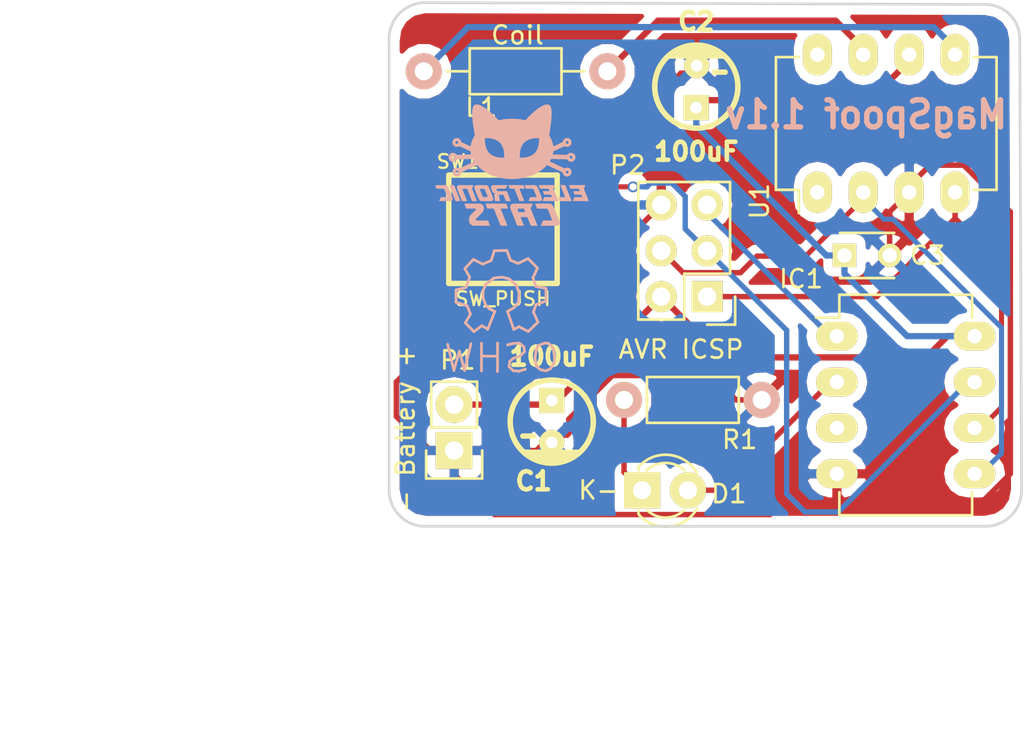
<source format=kicad_pcb>
(kicad_pcb (version 4) (host pcbnew 4.0.2+dfsg1-stable)

  (general
    (links 27)
    (no_connects 0)
    (area 81.102654 78.775 138.075001 121.598481)
    (thickness 1.6)
    (drawings 11)
    (tracks 126)
    (zones 0)
    (modules 13)
    (nets 14)
  )

  (page A4)
  (title_block
    (title MagSpoof)
    (date 2016-07-09)
    (rev 1.1)
    (company "Electronic Cats")
    (comment 1 "Andres Sabas")
  )

  (layers
    (0 F.Cu signal)
    (31 B.Cu signal)
    (32 B.Adhes user)
    (33 F.Adhes user)
    (34 B.Paste user)
    (35 F.Paste user)
    (36 B.SilkS user)
    (37 F.SilkS user)
    (38 B.Mask user)
    (39 F.Mask user)
    (40 Dwgs.User user)
    (41 Cmts.User user)
    (42 Eco1.User user)
    (43 Eco2.User user)
    (44 Edge.Cuts user)
    (45 Margin user)
    (46 B.CrtYd user)
    (47 F.CrtYd user)
    (48 B.Fab user)
    (49 F.Fab user)
  )

  (setup
    (last_trace_width 0.3)
    (trace_clearance 0.2)
    (zone_clearance 0.508)
    (zone_45_only no)
    (trace_min 0.2)
    (segment_width 0.2)
    (edge_width 0.15)
    (via_size 0.6)
    (via_drill 0.4)
    (via_min_size 0.4)
    (via_min_drill 0.3)
    (uvia_size 0.3)
    (uvia_drill 0.1)
    (uvias_allowed no)
    (uvia_min_size 0.2)
    (uvia_min_drill 0.1)
    (pcb_text_width 0.3)
    (pcb_text_size 1.5 1.5)
    (mod_edge_width 0.15)
    (mod_text_size 1 1)
    (mod_text_width 0.15)
    (pad_size 1.524 1.524)
    (pad_drill 0.762)
    (pad_to_mask_clearance 0.2)
    (aux_axis_origin 0 0)
    (visible_elements FFFFFF7F)
    (pcbplotparams
      (layerselection 0x010f0_80000001)
      (usegerberextensions false)
      (excludeedgelayer true)
      (linewidth 0.100000)
      (plotframeref false)
      (viasonmask false)
      (mode 1)
      (useauxorigin false)
      (hpglpennumber 1)
      (hpglpenspeed 20)
      (hpglpendiameter 15)
      (hpglpenoverlay 2)
      (psnegative false)
      (psa4output false)
      (plotreference true)
      (plotvalue true)
      (plotinvisibletext false)
      (padsonsilk false)
      (subtractmaskfromsilk false)
      (outputformat 1)
      (mirror false)
      (drillshape 0)
      (scaleselection 1)
      (outputdirectory Gerbers_magSpoof/))
  )

  (net 0 "")
  (net 1 VCC)
  (net 2 GND)
  (net 3 "Net-(D1-Pad1)")
  (net 4 "Net-(D1-Pad2)")
  (net 5 /RST)
  (net 6 "Net-(IC1-Pad3)")
  (net 7 /MOSI)
  (net 8 /MISO)
  (net 9 /SCK)
  (net 10 "Net-(L1-Pad1)")
  (net 11 "Net-(L1-Pad2)")
  (net 12 "Net-(U1-Pad1)")
  (net 13 "Net-(U1-Pad8)")

  (net_class Default "This is the default net class."
    (clearance 0.2)
    (trace_width 0.3)
    (via_dia 0.6)
    (via_drill 0.4)
    (uvia_dia 0.3)
    (uvia_drill 0.1)
    (add_net /MISO)
    (add_net /MOSI)
    (add_net /RST)
    (add_net /SCK)
    (add_net GND)
    (add_net "Net-(D1-Pad1)")
    (add_net "Net-(D1-Pad2)")
    (add_net "Net-(IC1-Pad3)")
    (add_net "Net-(U1-Pad1)")
    (add_net "Net-(U1-Pad8)")
  )

  (net_class Alimentacion ""
    (clearance 0.2)
    (trace_width 0.35)
    (via_dia 0.6)
    (via_drill 0.4)
    (uvia_dia 0.3)
    (uvia_drill 0.1)
    (add_net "Net-(L1-Pad1)")
    (add_net "Net-(L1-Pad2)")
    (add_net VCC)
  )

  (module theinventorhouse:CP_4x5mm (layer F.Cu) (tedit 57AF64D1) (tstamp 57819205)
    (at 120 83.65)
    (descr "Capacitor, pol, cyl 4x5mm")
    (path /576EF8F9)
    (fp_text reference C2 (at 0 -3.6) (layer F.SilkS)
      (effects (font (size 1 1) (thickness 0.25)))
    )
    (fp_text value 100uF (at 0 3.6) (layer F.SilkS)
      (effects (font (size 1 1) (thickness 0.25)))
    )
    (fp_line (start -0.7 -2.1) (end 0.7 -2.1) (layer F.SilkS) (width 0.3048))
    (fp_line (start -1.2 -1.9) (end 1.2 -1.9) (layer F.SilkS) (width 0.3048))
    (fp_line (start -1.5 -1.7) (end 1.5 -1.7) (layer F.SilkS) (width 0.3048))
    (fp_line (start 1 -0.8) (end 1.6 -0.8) (layer F.SilkS) (width 0.3))
    (fp_circle (center 0 0) (end -2.3 0) (layer F.SilkS) (width 0.3048))
    (pad 1 thru_hole rect (at -0.01 1.16) (size 1.4 1.4) (drill 0.65) (layers *.Cu *.Mask F.SilkS)
      (net 1 VCC))
    (pad 2 thru_hole circle (at 0.02 -1.16) (size 1.4 1.4) (drill 0.65) (layers *.Cu *.Mask F.SilkS)
      (net 2 GND))
    (model walter/capacitors/cp_4x5mm.wrl
      (at (xyz 0 0 0))
      (scale (xyz 1 1 1))
      (rotate (xyz 0 0 0))
    )
  )

  (module theinventorhouse:CP_4x5mm (layer F.Cu) (tedit 57AF6495) (tstamp 578191FF)
    (at 112 102.2 180)
    (descr "Capacitor, pol, cyl 4x5mm")
    (path /569EDA85)
    (fp_text reference C1 (at 1 -3.3 180) (layer F.SilkS)
      (effects (font (size 1 1) (thickness 0.25)))
    )
    (fp_text value 100uF (at 0 3.6 180) (layer F.SilkS)
      (effects (font (size 1 1) (thickness 0.25)))
    )
    (fp_line (start -0.7 -2.1) (end 0.7 -2.1) (layer F.SilkS) (width 0.3048))
    (fp_line (start -1.2 -1.9) (end 1.2 -1.9) (layer F.SilkS) (width 0.3048))
    (fp_line (start -1.5 -1.7) (end 1.5 -1.7) (layer F.SilkS) (width 0.3048))
    (fp_line (start 1 -0.8) (end 1.6 -0.8) (layer F.SilkS) (width 0.3))
    (fp_circle (center 0 0) (end -2.3 0) (layer F.SilkS) (width 0.3048))
    (pad 1 thru_hole rect (at 0 1.17 180) (size 1.4 1.4) (drill 0.65) (layers *.Cu *.Mask F.SilkS)
      (net 1 VCC))
    (pad 2 thru_hole circle (at 0 -1.16 180) (size 1.4 1.4) (drill 0.65) (layers *.Cu *.Mask F.SilkS)
      (net 2 GND))
    (model walter/capacitors/cp_4x5mm.wrl
      (at (xyz 0 0 0))
      (scale (xyz 1 1 1))
      (rotate (xyz 0 0 0))
    )
  )

  (module Housings_DIP:DIP-8_W7.62mm_LongPads (layer F.Cu) (tedit 54130A77) (tstamp 56CBAB64)
    (at 126.7 89.5 90)
    (descr "8-lead dip package, row spacing 7.62 mm (300 mils), longer pads")
    (tags "dil dip 2.54 300")
    (path /56CBAFDF)
    (fp_text reference U1 (at -0.5 -3.2 90) (layer F.SilkS)
      (effects (font (size 1 1) (thickness 0.15)))
    )
    (fp_text value TC4424 (at 2.2 3.3 180) (layer F.Fab)
      (effects (font (size 1 1) (thickness 0.15)))
    )
    (fp_line (start -1.4 -2.45) (end -1.4 10.1) (layer F.CrtYd) (width 0.05))
    (fp_line (start 9 -2.45) (end 9 10.1) (layer F.CrtYd) (width 0.05))
    (fp_line (start -1.4 -2.45) (end 9 -2.45) (layer F.CrtYd) (width 0.05))
    (fp_line (start -1.4 10.1) (end 9 10.1) (layer F.CrtYd) (width 0.05))
    (fp_line (start 0.135 -2.295) (end 0.135 -1.025) (layer F.SilkS) (width 0.15))
    (fp_line (start 7.485 -2.295) (end 7.485 -1.025) (layer F.SilkS) (width 0.15))
    (fp_line (start 7.485 9.915) (end 7.485 8.645) (layer F.SilkS) (width 0.15))
    (fp_line (start 0.135 9.915) (end 0.135 8.645) (layer F.SilkS) (width 0.15))
    (fp_line (start 0.135 -2.295) (end 7.485 -2.295) (layer F.SilkS) (width 0.15))
    (fp_line (start 0.135 9.915) (end 7.485 9.915) (layer F.SilkS) (width 0.15))
    (fp_line (start 0.135 -1.025) (end -1.15 -1.025) (layer F.SilkS) (width 0.15))
    (pad 1 thru_hole oval (at 0 0 90) (size 2.3 1.6) (drill 0.8) (layers *.Cu *.Mask F.SilkS)
      (net 12 "Net-(U1-Pad1)"))
    (pad 2 thru_hole oval (at 0 2.54 90) (size 2.3 1.6) (drill 0.8) (layers *.Cu *.Mask F.SilkS)
      (net 7 /MOSI))
    (pad 3 thru_hole oval (at 0 5.08 90) (size 2.3 1.6) (drill 0.8) (layers *.Cu *.Mask F.SilkS)
      (net 2 GND))
    (pad 4 thru_hole oval (at 0 7.62 90) (size 2.3 1.6) (drill 0.8) (layers *.Cu *.Mask F.SilkS)
      (net 8 /MISO))
    (pad 5 thru_hole oval (at 7.62 7.62 90) (size 2.3 1.6) (drill 0.8) (layers *.Cu *.Mask F.SilkS)
      (net 11 "Net-(L1-Pad2)"))
    (pad 6 thru_hole oval (at 7.62 5.08 90) (size 2.3 1.6) (drill 0.8) (layers *.Cu *.Mask F.SilkS)
      (net 1 VCC))
    (pad 7 thru_hole oval (at 7.62 2.54 90) (size 2.3 1.6) (drill 0.8) (layers *.Cu *.Mask F.SilkS)
      (net 10 "Net-(L1-Pad1)"))
    (pad 8 thru_hole oval (at 7.62 0 90) (size 2.3 1.6) (drill 0.8) (layers *.Cu *.Mask F.SilkS)
      (net 13 "Net-(U1-Pad8)"))
    (model Housings_DIP.3dshapes/DIP-8_W7.62mm_LongPads.wrl
      (at (xyz 0 0 0))
      (scale (xyz 1 1 1))
      (rotate (xyz 0 0 0))
    )
  )

  (module Housings_DIP:DIP-8_W7.62mm_LongPads (layer F.Cu) (tedit 54130A77) (tstamp 569FCE41)
    (at 127.78 97.47)
    (descr "8-lead dip package, row spacing 7.62 mm (300 mils), longer pads")
    (tags "dil dip 2.54 300")
    (path /569ED1F1)
    (fp_text reference IC1 (at -1.98 -3.17) (layer F.SilkS)
      (effects (font (size 1 1) (thickness 0.15)))
    )
    (fp_text value ATTINY85-P (at -2.48 3.53 90) (layer F.Fab)
      (effects (font (size 1 1) (thickness 0.15)))
    )
    (fp_line (start -1.4 -2.45) (end -1.4 10.1) (layer F.CrtYd) (width 0.05))
    (fp_line (start 9 -2.45) (end 9 10.1) (layer F.CrtYd) (width 0.05))
    (fp_line (start -1.4 -2.45) (end 9 -2.45) (layer F.CrtYd) (width 0.05))
    (fp_line (start -1.4 10.1) (end 9 10.1) (layer F.CrtYd) (width 0.05))
    (fp_line (start 0.135 -2.295) (end 0.135 -1.025) (layer F.SilkS) (width 0.15))
    (fp_line (start 7.485 -2.295) (end 7.485 -1.025) (layer F.SilkS) (width 0.15))
    (fp_line (start 7.485 9.915) (end 7.485 8.645) (layer F.SilkS) (width 0.15))
    (fp_line (start 0.135 9.915) (end 0.135 8.645) (layer F.SilkS) (width 0.15))
    (fp_line (start 0.135 -2.295) (end 7.485 -2.295) (layer F.SilkS) (width 0.15))
    (fp_line (start 0.135 9.915) (end 7.485 9.915) (layer F.SilkS) (width 0.15))
    (fp_line (start 0.135 -1.025) (end -1.15 -1.025) (layer F.SilkS) (width 0.15))
    (pad 1 thru_hole oval (at 0 0) (size 2.3 1.6) (drill 0.8) (layers *.Cu *.Mask F.SilkS)
      (net 5 /RST))
    (pad 2 thru_hole oval (at 0 2.54) (size 2.3 1.6) (drill 0.8) (layers *.Cu *.Mask F.SilkS)
      (net 4 "Net-(D1-Pad2)"))
    (pad 3 thru_hole oval (at 0 5.08) (size 2.3 1.6) (drill 0.8) (layers *.Cu *.Mask F.SilkS)
      (net 6 "Net-(IC1-Pad3)"))
    (pad 4 thru_hole oval (at 0 7.62) (size 2.3 1.6) (drill 0.8) (layers *.Cu *.Mask F.SilkS)
      (net 2 GND))
    (pad 5 thru_hole oval (at 7.62 7.62) (size 2.3 1.6) (drill 0.8) (layers *.Cu *.Mask F.SilkS)
      (net 7 /MOSI))
    (pad 6 thru_hole oval (at 7.62 5.08) (size 2.3 1.6) (drill 0.8) (layers *.Cu *.Mask F.SilkS)
      (net 8 /MISO))
    (pad 7 thru_hole oval (at 7.62 2.54) (size 2.3 1.6) (drill 0.8) (layers *.Cu *.Mask F.SilkS)
      (net 9 /SCK))
    (pad 8 thru_hole oval (at 7.62 0) (size 2.3 1.6) (drill 0.8) (layers *.Cu *.Mask F.SilkS)
      (net 1 VCC))
    (model Housings_DIP.3dshapes/DIP-8_W7.62mm_LongPads.wrl
      (at (xyz 0 0 0))
      (scale (xyz 1 1 1))
      (rotate (xyz 0 0 0))
    )
  )

  (module Resistors_ThroughHole:Resistor_Horizontal_RM10mm (layer F.Cu) (tedit 569FD137) (tstamp 569FCE47)
    (at 110 82.8 180)
    (descr "Resistor, Axial,  RM 10mm, 1/3W,")
    (tags "Resistor, Axial, RM 10mm, 1/3W,")
    (path /569ED295)
    (fp_text reference L1 (at 1.9 -2 180) (layer F.SilkS)
      (effects (font (size 1 1) (thickness 0.15)))
    )
    (fp_text value Coil (at -0.1 2 180) (layer F.SilkS)
      (effects (font (size 1 1) (thickness 0.15)))
    )
    (fp_line (start -2.54 -1.27) (end 2.54 -1.27) (layer F.SilkS) (width 0.15))
    (fp_line (start 2.54 -1.27) (end 2.54 1.27) (layer F.SilkS) (width 0.15))
    (fp_line (start 2.54 1.27) (end -2.54 1.27) (layer F.SilkS) (width 0.15))
    (fp_line (start -2.54 1.27) (end -2.54 -1.27) (layer F.SilkS) (width 0.15))
    (fp_line (start -2.54 0) (end -3.81 0) (layer F.SilkS) (width 0.15))
    (fp_line (start 2.54 0) (end 3.81 0) (layer F.SilkS) (width 0.15))
    (pad 1 thru_hole circle (at -5.08 0 180) (size 1.99898 1.99898) (drill 1.00076) (layers *.Cu *.SilkS *.Mask)
      (net 10 "Net-(L1-Pad1)"))
    (pad 2 thru_hole circle (at 5.08 0 180) (size 1.99898 1.99898) (drill 1.00076) (layers *.Cu *.SilkS *.Mask)
      (net 11 "Net-(L1-Pad2)"))
    (model Resistors_ThroughHole.3dshapes/Resistor_Horizontal_RM10mm.wrl
      (at (xyz 0 0 0))
      (scale (xyz 0.4 0.4 0.4))
      (rotate (xyz 0 0 0))
    )
  )

  (module Pin_Headers:Pin_Header_Straight_1x02 (layer F.Cu) (tedit 57819336) (tstamp 569FCE4D)
    (at 106.6 103.8 180)
    (descr "Through hole pin header")
    (tags "pin header")
    (path /569FCE1A)
    (fp_text reference P1 (at -0.2 5 180) (layer F.SilkS)
      (effects (font (size 1 1) (thickness 0.15)))
    )
    (fp_text value "- Battery +" (at 2.7 1.2 270) (layer F.SilkS)
      (effects (font (size 1 1) (thickness 0.15)))
    )
    (fp_line (start 1.27 1.27) (end 1.27 3.81) (layer F.SilkS) (width 0.15))
    (fp_line (start 1.55 -1.55) (end 1.55 0) (layer F.SilkS) (width 0.15))
    (fp_line (start -1.75 -1.75) (end -1.75 4.3) (layer F.CrtYd) (width 0.05))
    (fp_line (start 1.75 -1.75) (end 1.75 4.3) (layer F.CrtYd) (width 0.05))
    (fp_line (start -1.75 -1.75) (end 1.75 -1.75) (layer F.CrtYd) (width 0.05))
    (fp_line (start -1.75 4.3) (end 1.75 4.3) (layer F.CrtYd) (width 0.05))
    (fp_line (start 1.27 1.27) (end -1.27 1.27) (layer F.SilkS) (width 0.15))
    (fp_line (start -1.55 0) (end -1.55 -1.55) (layer F.SilkS) (width 0.15))
    (fp_line (start -1.55 -1.55) (end 1.55 -1.55) (layer F.SilkS) (width 0.15))
    (fp_line (start -1.27 1.27) (end -1.27 3.81) (layer F.SilkS) (width 0.15))
    (fp_line (start -1.27 3.81) (end 1.27 3.81) (layer F.SilkS) (width 0.15))
    (pad 1 thru_hole rect (at 0 0 180) (size 2.032 2.032) (drill 1.016) (layers *.Cu *.Mask F.SilkS)
      (net 2 GND))
    (pad 2 thru_hole oval (at 0 2.54 180) (size 2.032 2.032) (drill 1.016) (layers *.Cu *.Mask F.SilkS)
      (net 1 VCC))
    (model Pin_Headers.3dshapes/Pin_Header_Straight_1x02.wrl
      (at (xyz 0 -0.05 0))
      (scale (xyz 1 1 1))
      (rotate (xyz 0 0 90))
    )
  )

  (module Pin_Headers:Pin_Header_Straight_2x03 (layer F.Cu) (tedit 569FD1D0) (tstamp 569FCE57)
    (at 120.6 95.28 180)
    (descr "Through hole pin header")
    (tags "pin header")
    (path /569FC617)
    (fp_text reference P2 (at 4.4 7.28 180) (layer F.SilkS)
      (effects (font (size 1 1) (thickness 0.15)))
    )
    (fp_text value "AVR ICSP" (at 1.44 -2.92 180) (layer F.SilkS)
      (effects (font (size 1 1) (thickness 0.15)))
    )
    (fp_line (start -1.27 1.27) (end -1.27 6.35) (layer F.SilkS) (width 0.15))
    (fp_line (start -1.55 -1.55) (end 0 -1.55) (layer F.SilkS) (width 0.15))
    (fp_line (start -1.75 -1.75) (end -1.75 6.85) (layer F.CrtYd) (width 0.05))
    (fp_line (start 4.3 -1.75) (end 4.3 6.85) (layer F.CrtYd) (width 0.05))
    (fp_line (start -1.75 -1.75) (end 4.3 -1.75) (layer F.CrtYd) (width 0.05))
    (fp_line (start -1.75 6.85) (end 4.3 6.85) (layer F.CrtYd) (width 0.05))
    (fp_line (start 1.27 -1.27) (end 1.27 1.27) (layer F.SilkS) (width 0.15))
    (fp_line (start 1.27 1.27) (end -1.27 1.27) (layer F.SilkS) (width 0.15))
    (fp_line (start -1.27 6.35) (end 3.81 6.35) (layer F.SilkS) (width 0.15))
    (fp_line (start 3.81 6.35) (end 3.81 1.27) (layer F.SilkS) (width 0.15))
    (fp_line (start -1.55 -1.55) (end -1.55 0) (layer F.SilkS) (width 0.15))
    (fp_line (start 3.81 -1.27) (end 1.27 -1.27) (layer F.SilkS) (width 0.15))
    (fp_line (start 3.81 1.27) (end 3.81 -1.27) (layer F.SilkS) (width 0.15))
    (pad 1 thru_hole rect (at 0 0 180) (size 1.7272 1.7272) (drill 1.016) (layers *.Cu *.Mask F.SilkS)
      (net 8 /MISO))
    (pad 2 thru_hole oval (at 2.54 0 180) (size 1.7272 1.7272) (drill 1.016) (layers *.Cu *.Mask F.SilkS)
      (net 1 VCC))
    (pad 3 thru_hole oval (at 0 2.54 180) (size 1.7272 1.7272) (drill 1.016) (layers *.Cu *.Mask F.SilkS)
      (net 9 /SCK))
    (pad 4 thru_hole oval (at 2.54 2.54 180) (size 1.7272 1.7272) (drill 1.016) (layers *.Cu *.Mask F.SilkS)
      (net 7 /MOSI))
    (pad 5 thru_hole oval (at 0 5.08 180) (size 1.7272 1.7272) (drill 1.016) (layers *.Cu *.Mask F.SilkS)
      (net 5 /RST))
    (pad 6 thru_hole oval (at 2.54 5.08 180) (size 1.7272 1.7272) (drill 1.016) (layers *.Cu *.Mask F.SilkS)
      (net 2 GND))
    (model Pin_Headers.3dshapes/Pin_Header_Straight_2x03.wrl
      (at (xyz 0.05 -0.1 0))
      (scale (xyz 1 1 1))
      (rotate (xyz 0 0 90))
    )
  )

  (module open-project:SW_PUSH_SMD (layer F.Cu) (tedit 514E2F98) (tstamp 569FCE65)
    (at 109.30204 91.5479)
    (path /569EE4CB)
    (fp_text reference SW1 (at -2.50204 -3.7479) (layer F.SilkS)
      (effects (font (size 0.762 0.762) (thickness 0.127)))
    )
    (fp_text value SW_PUSH (at 0 3.85) (layer F.SilkS)
      (effects (font (size 0.762 0.762) (thickness 0.127)))
    )
    (fp_line (start -2.99974 -2.99974) (end 2.99974 -2.99974) (layer F.SilkS) (width 0.29972))
    (fp_line (start 2.99974 -2.99974) (end 2.99974 2.99974) (layer F.SilkS) (width 0.29972))
    (fp_line (start 2.99974 2.99974) (end -2.99974 2.99974) (layer F.SilkS) (width 0.29972))
    (fp_line (start -2.99974 2.99974) (end -2.99974 -2.99974) (layer F.SilkS) (width 0.29972))
    (pad 1 smd rect (at -3.99796 -2.2479) (size 1.5494 1.2954) (layers F.Cu F.Paste F.Mask)
      (net 9 /SCK))
    (pad 1 smd rect (at 3.99796 -2.2479) (size 1.5494 1.2954) (layers F.Cu F.Paste F.Mask)
      (net 9 /SCK))
    (pad 2 smd rect (at 3.99796 2.2479) (size 1.5494 1.2954) (layers F.Cu F.Paste F.Mask)
      (net 2 GND))
    (pad 2 smd rect (at -3.99796 2.2479) (size 1.5494 1.2954) (layers F.Cu F.Paste F.Mask)
      (net 2 GND))
  )

  (module Symbols:Symbol_OSHW-Logo_SilkScreen (layer B.Cu) (tedit 56B39903) (tstamp 569FD9C0)
    (at 109.2 95.2 180)
    (descr "Symbol, OSHW-Logo, Silk Screen,")
    (tags "Symbol, OSHW-Logo, Silk Screen,")
    (fp_text reference "" (at 0.09906 4.38912 180) (layer B.SilkS)
      (effects (font (size 1 1) (thickness 0.15)) (justify mirror))
    )
    (fp_text value OSHW-Logo (at 1.6 -7.2 180) (layer B.Fab)
      (effects (font (size 1 1) (thickness 0.15)) (justify mirror))
    )
    (fp_line (start 1.66878 -2.68986) (end 2.02946 -4.16052) (layer B.SilkS) (width 0.15))
    (fp_line (start 2.02946 -4.16052) (end 2.30886 -3.0988) (layer B.SilkS) (width 0.15))
    (fp_line (start 2.30886 -3.0988) (end 2.61874 -4.17068) (layer B.SilkS) (width 0.15))
    (fp_line (start 2.61874 -4.17068) (end 2.9591 -2.72034) (layer B.SilkS) (width 0.15))
    (fp_line (start 0.24892 -3.38074) (end 1.03886 -3.37058) (layer B.SilkS) (width 0.15))
    (fp_line (start 1.03886 -3.37058) (end 1.04902 -3.38074) (layer B.SilkS) (width 0.15))
    (fp_line (start 1.04902 -3.38074) (end 1.04902 -3.37058) (layer B.SilkS) (width 0.15))
    (fp_line (start 1.08966 -2.65938) (end 1.08966 -4.20116) (layer B.SilkS) (width 0.15))
    (fp_line (start 0.20066 -2.64922) (end 0.20066 -4.21894) (layer B.SilkS) (width 0.15))
    (fp_line (start 0.20066 -4.21894) (end 0.21082 -4.20878) (layer B.SilkS) (width 0.15))
    (fp_line (start -0.35052 -2.75082) (end -0.70104 -2.66954) (layer B.SilkS) (width 0.15))
    (fp_line (start -0.70104 -2.66954) (end -1.02108 -2.65938) (layer B.SilkS) (width 0.15))
    (fp_line (start -1.02108 -2.65938) (end -1.25984 -2.86004) (layer B.SilkS) (width 0.15))
    (fp_line (start -1.25984 -2.86004) (end -1.29032 -3.12928) (layer B.SilkS) (width 0.15))
    (fp_line (start -1.29032 -3.12928) (end -1.04902 -3.37058) (layer B.SilkS) (width 0.15))
    (fp_line (start -1.04902 -3.37058) (end -0.6604 -3.50012) (layer B.SilkS) (width 0.15))
    (fp_line (start -0.6604 -3.50012) (end -0.48006 -3.66014) (layer B.SilkS) (width 0.15))
    (fp_line (start -0.48006 -3.66014) (end -0.43942 -3.95986) (layer B.SilkS) (width 0.15))
    (fp_line (start -0.43942 -3.95986) (end -0.67056 -4.18084) (layer B.SilkS) (width 0.15))
    (fp_line (start -0.67056 -4.18084) (end -0.9906 -4.20878) (layer B.SilkS) (width 0.15))
    (fp_line (start -0.9906 -4.20878) (end -1.34112 -4.09956) (layer B.SilkS) (width 0.15))
    (fp_line (start -2.37998 -2.64922) (end -2.6289 -2.66954) (layer B.SilkS) (width 0.15))
    (fp_line (start -2.6289 -2.66954) (end -2.8702 -2.91084) (layer B.SilkS) (width 0.15))
    (fp_line (start -2.8702 -2.91084) (end -2.9591 -3.40106) (layer B.SilkS) (width 0.15))
    (fp_line (start -2.9591 -3.40106) (end -2.93116 -3.74904) (layer B.SilkS) (width 0.15))
    (fp_line (start -2.93116 -3.74904) (end -2.7305 -4.06908) (layer B.SilkS) (width 0.15))
    (fp_line (start -2.7305 -4.06908) (end -2.47904 -4.191) (layer B.SilkS) (width 0.15))
    (fp_line (start -2.47904 -4.191) (end -2.16916 -4.11988) (layer B.SilkS) (width 0.15))
    (fp_line (start -2.16916 -4.11988) (end -1.95072 -3.93954) (layer B.SilkS) (width 0.15))
    (fp_line (start -1.95072 -3.93954) (end -1.8796 -3.4798) (layer B.SilkS) (width 0.15))
    (fp_line (start -1.8796 -3.4798) (end -1.9304 -3.07086) (layer B.SilkS) (width 0.15))
    (fp_line (start -1.9304 -3.07086) (end -2.03962 -2.78892) (layer B.SilkS) (width 0.15))
    (fp_line (start -2.03962 -2.78892) (end -2.4003 -2.65938) (layer B.SilkS) (width 0.15))
    (fp_line (start -1.78054 -0.92964) (end -2.03962 -1.49098) (layer B.SilkS) (width 0.15))
    (fp_line (start -2.03962 -1.49098) (end -1.50114 -2.00914) (layer B.SilkS) (width 0.15))
    (fp_line (start -1.50114 -2.00914) (end -0.98044 -1.7399) (layer B.SilkS) (width 0.15))
    (fp_line (start -0.98044 -1.7399) (end -0.70104 -1.89992) (layer B.SilkS) (width 0.15))
    (fp_line (start 0.73914 -1.8796) (end 1.06934 -1.6891) (layer B.SilkS) (width 0.15))
    (fp_line (start 1.06934 -1.6891) (end 1.50876 -2.0193) (layer B.SilkS) (width 0.15))
    (fp_line (start 1.50876 -2.0193) (end 1.9812 -1.52908) (layer B.SilkS) (width 0.15))
    (fp_line (start 1.9812 -1.52908) (end 1.69926 -1.04902) (layer B.SilkS) (width 0.15))
    (fp_line (start 1.69926 -1.04902) (end 1.88976 -0.57912) (layer B.SilkS) (width 0.15))
    (fp_line (start 1.88976 -0.57912) (end 2.49936 -0.39116) (layer B.SilkS) (width 0.15))
    (fp_line (start 2.49936 -0.39116) (end 2.49936 0.28956) (layer B.SilkS) (width 0.15))
    (fp_line (start 2.49936 0.28956) (end 1.94056 0.42926) (layer B.SilkS) (width 0.15))
    (fp_line (start 1.94056 0.42926) (end 1.7399 1.00076) (layer B.SilkS) (width 0.15))
    (fp_line (start 1.7399 1.00076) (end 2.00914 1.47066) (layer B.SilkS) (width 0.15))
    (fp_line (start 2.00914 1.47066) (end 1.53924 1.9812) (layer B.SilkS) (width 0.15))
    (fp_line (start 1.53924 1.9812) (end 1.02108 1.71958) (layer B.SilkS) (width 0.15))
    (fp_line (start 1.02108 1.71958) (end 0.55118 1.92024) (layer B.SilkS) (width 0.15))
    (fp_line (start 0.55118 1.92024) (end 0.381 2.46126) (layer B.SilkS) (width 0.15))
    (fp_line (start 0.381 2.46126) (end -0.30988 2.47904) (layer B.SilkS) (width 0.15))
    (fp_line (start -0.30988 2.47904) (end -0.5207 1.9304) (layer B.SilkS) (width 0.15))
    (fp_line (start -0.5207 1.9304) (end -0.9398 1.76022) (layer B.SilkS) (width 0.15))
    (fp_line (start -0.9398 1.76022) (end -1.49098 2.02946) (layer B.SilkS) (width 0.15))
    (fp_line (start -1.49098 2.02946) (end -2.00914 1.50114) (layer B.SilkS) (width 0.15))
    (fp_line (start -2.00914 1.50114) (end -1.76022 0.96012) (layer B.SilkS) (width 0.15))
    (fp_line (start -1.76022 0.96012) (end -1.9304 0.48006) (layer B.SilkS) (width 0.15))
    (fp_line (start -1.9304 0.48006) (end -2.47904 0.381) (layer B.SilkS) (width 0.15))
    (fp_line (start -2.47904 0.381) (end -2.4892 -0.32004) (layer B.SilkS) (width 0.15))
    (fp_line (start -2.4892 -0.32004) (end -1.9304 -0.5207) (layer B.SilkS) (width 0.15))
    (fp_line (start -1.9304 -0.5207) (end -1.7907 -0.91948) (layer B.SilkS) (width 0.15))
    (fp_line (start 0.35052 -0.89916) (end 0.65024 -0.7493) (layer B.SilkS) (width 0.15))
    (fp_line (start 0.65024 -0.7493) (end 0.8509 -0.55118) (layer B.SilkS) (width 0.15))
    (fp_line (start 0.8509 -0.55118) (end 1.00076 -0.14986) (layer B.SilkS) (width 0.15))
    (fp_line (start 1.00076 -0.14986) (end 1.00076 0.24892) (layer B.SilkS) (width 0.15))
    (fp_line (start 1.00076 0.24892) (end 0.8509 0.59944) (layer B.SilkS) (width 0.15))
    (fp_line (start 0.8509 0.59944) (end 0.39878 0.94996) (layer B.SilkS) (width 0.15))
    (fp_line (start 0.39878 0.94996) (end -0.0508 1.00076) (layer B.SilkS) (width 0.15))
    (fp_line (start -0.0508 1.00076) (end -0.44958 0.89916) (layer B.SilkS) (width 0.15))
    (fp_line (start -0.44958 0.89916) (end -0.8509 0.55118) (layer B.SilkS) (width 0.15))
    (fp_line (start -0.8509 0.55118) (end -1.00076 0.09906) (layer B.SilkS) (width 0.15))
    (fp_line (start -1.00076 0.09906) (end -0.94996 -0.39878) (layer B.SilkS) (width 0.15))
    (fp_line (start -0.94996 -0.39878) (end -0.70104 -0.70104) (layer B.SilkS) (width 0.15))
    (fp_line (start -0.70104 -0.70104) (end -0.35052 -0.89916) (layer B.SilkS) (width 0.15))
    (fp_line (start -0.35052 -0.89916) (end -0.70104 -1.89992) (layer B.SilkS) (width 0.15))
    (fp_line (start 0.35052 -0.89916) (end 0.7493 -1.89992) (layer B.SilkS) (width 0.15))
  )

  (module Capacitors_ThroughHole:C_Disc_D3_P2.5 (layer F.Cu) (tedit 0) (tstamp 57819197)
    (at 128.2 93)
    (descr "Capacitor 3mm Disc, Pitch 2.5mm")
    (tags Capacitor)
    (path /569FD413)
    (fp_text reference C3 (at 4.6 0) (layer F.SilkS)
      (effects (font (size 1 1) (thickness 0.15)))
    )
    (fp_text value 0.1uF (at 1.25 2.5) (layer F.Fab)
      (effects (font (size 1 1) (thickness 0.15)))
    )
    (fp_line (start -0.9 -1.5) (end 3.4 -1.5) (layer F.CrtYd) (width 0.05))
    (fp_line (start 3.4 -1.5) (end 3.4 1.5) (layer F.CrtYd) (width 0.05))
    (fp_line (start 3.4 1.5) (end -0.9 1.5) (layer F.CrtYd) (width 0.05))
    (fp_line (start -0.9 1.5) (end -0.9 -1.5) (layer F.CrtYd) (width 0.05))
    (fp_line (start -0.25 -1.25) (end 2.75 -1.25) (layer F.SilkS) (width 0.15))
    (fp_line (start 2.75 1.25) (end -0.25 1.25) (layer F.SilkS) (width 0.15))
    (pad 1 thru_hole rect (at 0 0) (size 1.3 1.3) (drill 0.8) (layers *.Cu *.Mask F.SilkS)
      (net 1 VCC))
    (pad 2 thru_hole circle (at 2.5 0) (size 1.3 1.3) (drill 0.8001) (layers *.Cu *.Mask F.SilkS)
      (net 2 GND))
    (model Capacitors_ThroughHole.3dshapes/C_Disc_D3_P2.5.wrl
      (at (xyz 0.0492126 0 0))
      (scale (xyz 1 1 1))
      (rotate (xyz 0 0 0))
    )
  )

  (module LEDs:LED-3MM (layer F.Cu) (tedit 57AF63FB) (tstamp 5781920B)
    (at 117 106)
    (descr "LED 3mm round vertical")
    (tags "LED  3mm round vertical")
    (path /569ED258)
    (fp_text reference D1 (at 4.8 0.2) (layer F.SilkS)
      (effects (font (size 1 1) (thickness 0.15)))
    )
    (fp_text value LED (at 1.3 -2.9) (layer F.Fab)
      (effects (font (size 1 1) (thickness 0.15)))
    )
    (fp_line (start -1.2 2.3) (end 3.8 2.3) (layer F.CrtYd) (width 0.05))
    (fp_line (start 3.8 2.3) (end 3.8 -2.2) (layer F.CrtYd) (width 0.05))
    (fp_line (start 3.8 -2.2) (end -1.2 -2.2) (layer F.CrtYd) (width 0.05))
    (fp_line (start -1.2 -2.2) (end -1.2 2.3) (layer F.CrtYd) (width 0.05))
    (fp_line (start -0.199 1.314) (end -0.199 1.114) (layer F.SilkS) (width 0.15))
    (fp_line (start -0.199 -1.28) (end -0.199 -1.1) (layer F.SilkS) (width 0.15))
    (fp_arc (start 1.301 0.034) (end -0.199 -1.286) (angle 108.5) (layer F.SilkS) (width 0.15))
    (fp_arc (start 1.301 0.034) (end 0.25 -1.1) (angle 85.7) (layer F.SilkS) (width 0.15))
    (fp_arc (start 1.311 0.034) (end 3.051 0.994) (angle 110) (layer F.SilkS) (width 0.15))
    (fp_arc (start 1.301 0.034) (end 2.335 1.094) (angle 87.5) (layer F.SilkS) (width 0.15))
    (fp_text user K- (at -2.4 0) (layer F.SilkS)
      (effects (font (size 1 1) (thickness 0.15)))
    )
    (pad 1 thru_hole rect (at 0 0 90) (size 2 2) (drill 1.00076) (layers *.Cu *.Mask F.SilkS)
      (net 3 "Net-(D1-Pad1)"))
    (pad 2 thru_hole circle (at 2.54 0) (size 2 2) (drill 1.00076) (layers *.Cu *.Mask F.SilkS)
      (net 4 "Net-(D1-Pad2)"))
    (model LEDs.3dshapes/LED-3MM.wrl
      (at (xyz 0.05 0 0))
      (scale (xyz 1 1 1))
      (rotate (xyz 0 0 90))
    )
  )

  (module Resistors_ThroughHole:Resistor_Horizontal_RM7mm (layer F.Cu) (tedit 569FCF07) (tstamp 57819211)
    (at 116 101)
    (descr "Resistor, Axial,  RM 7.62mm, 1/3W,")
    (tags "Resistor Axial RM 7.62mm 1/3W R3")
    (path /569ED2D4)
    (fp_text reference R1 (at 6.4 2.2) (layer F.SilkS)
      (effects (font (size 1 1) (thickness 0.15)))
    )
    (fp_text value 330 (at 3.9 0.2) (layer F.Fab)
      (effects (font (size 1 1) (thickness 0.15)))
    )
    (fp_line (start -1.25 -1.5) (end 8.85 -1.5) (layer F.CrtYd) (width 0.05))
    (fp_line (start -1.25 1.5) (end -1.25 -1.5) (layer F.CrtYd) (width 0.05))
    (fp_line (start 8.85 -1.5) (end 8.85 1.5) (layer F.CrtYd) (width 0.05))
    (fp_line (start -1.25 1.5) (end 8.85 1.5) (layer F.CrtYd) (width 0.05))
    (fp_line (start 1.27 -1.27) (end 6.35 -1.27) (layer F.SilkS) (width 0.15))
    (fp_line (start 6.35 -1.27) (end 6.35 1.27) (layer F.SilkS) (width 0.15))
    (fp_line (start 6.35 1.27) (end 1.27 1.27) (layer F.SilkS) (width 0.15))
    (fp_line (start 1.27 1.27) (end 1.27 -1.27) (layer F.SilkS) (width 0.15))
    (pad 1 thru_hole circle (at 0 0) (size 1.99898 1.99898) (drill 1.00076) (layers *.Cu *.SilkS *.Mask)
      (net 3 "Net-(D1-Pad1)"))
    (pad 2 thru_hole circle (at 7.62 0) (size 1.99898 1.99898) (drill 1.00076) (layers *.Cu *.SilkS *.Mask)
      (net 2 GND))
  )

  (module theinventorhouse:electronic_cats_logo_8x6 (layer B.Cu) (tedit 0) (tstamp 57819C4C)
    (at 109.8 88 180)
    (fp_text reference G*** (at 0 0 180) (layer B.SilkS) hide
      (effects (font (thickness 0.3)) (justify mirror))
    )
    (fp_text value LOGO (at 0.75 0 180) (layer B.SilkS) hide
      (effects (font (thickness 0.3)) (justify mirror))
    )
    (fp_poly (pts (xy -1.511952 -2.134469) (xy -1.457322 -2.134584) (xy -1.408721 -2.134798) (xy -1.367028 -2.135106)
      (xy -1.333123 -2.135503) (xy -1.307886 -2.135985) (xy -1.292197 -2.136546) (xy -1.286933 -2.137166)
      (xy -1.288907 -2.144025) (xy -1.294337 -2.159457) (xy -1.302488 -2.181556) (xy -1.312625 -2.208412)
      (xy -1.324012 -2.238118) (xy -1.335914 -2.268766) (xy -1.347595 -2.298447) (xy -1.358321 -2.325254)
      (xy -1.367355 -2.347279) (xy -1.373007 -2.360481) (xy -1.38977 -2.398273) (xy -1.650207 -2.399992)
      (xy -1.711234 -2.400408) (xy -1.762016 -2.400814) (xy -1.8036 -2.401261) (xy -1.837031 -2.4018)
      (xy -1.863353 -2.402483) (xy -1.883612 -2.40336) (xy -1.898852 -2.404484) (xy -1.910119 -2.405905)
      (xy -1.918458 -2.407675) (xy -1.924914 -2.409846) (xy -1.930531 -2.412467) (xy -1.933222 -2.413894)
      (xy -1.956584 -2.429106) (xy -1.976812 -2.448526) (xy -1.995034 -2.473783) (xy -2.012374 -2.50651)
      (xy -2.029956 -2.548336) (xy -2.034811 -2.561185) (xy -2.042642 -2.581822) (xy -2.05406 -2.611251)
      (xy -2.068405 -2.647803) (xy -2.085019 -2.689812) (xy -2.10324 -2.735608) (xy -2.122411 -2.783525)
      (xy -2.141384 -2.830688) (xy -2.159759 -2.876395) (xy -2.17689 -2.91931) (xy -2.192288 -2.958193)
      (xy -2.205469 -2.991804) (xy -2.215947 -3.018901) (xy -2.223235 -3.038245) (xy -2.226848 -3.048595)
      (xy -2.227072 -3.049411) (xy -2.23078 -3.064933) (xy -1.728641 -3.064933) (xy -1.673661 -3.182055)
      (xy -1.657155 -3.217406) (xy -1.641663 -3.250935) (xy -1.628047 -3.280746) (xy -1.617171 -3.304946)
      (xy -1.609898 -3.32164) (xy -1.608112 -3.325988) (xy -1.597543 -3.3528) (xy -2.064538 -3.35255)
      (xy -2.148085 -3.352497) (xy -2.221092 -3.352423) (xy -2.284306 -3.352311) (xy -2.338477 -3.352143)
      (xy -2.384352 -3.351902) (xy -2.422681 -3.351572) (xy -2.454211 -3.351135) (xy -2.479691 -3.350574)
      (xy -2.499869 -3.349872) (xy -2.515493 -3.349012) (xy -2.527313 -3.347977) (xy -2.536076 -3.346749)
      (xy -2.542531 -3.345313) (xy -2.547426 -3.34365) (xy -2.55151 -3.341743) (xy -2.552122 -3.341423)
      (xy -2.581872 -3.319531) (xy -2.60532 -3.289458) (xy -2.621536 -3.252954) (xy -2.629586 -3.211767)
      (xy -2.630311 -3.194633) (xy -2.628535 -3.169238) (xy -2.623056 -3.138459) (xy -2.613648 -3.101603)
      (xy -2.600085 -3.057977) (xy -2.58214 -3.006886) (xy -2.559587 -2.947637) (xy -2.532201 -2.879535)
      (xy -2.510929 -2.828358) (xy -2.494754 -2.789239) (xy -2.476975 -2.745214) (xy -2.459384 -2.700785)
      (xy -2.443774 -2.660451) (xy -2.438575 -2.646709) (xy -2.413265 -2.580405) (xy -2.387347 -2.514678)
      (xy -2.361711 -2.451694) (xy -2.33725 -2.393617) (xy -2.314854 -2.342615) (xy -2.301271 -2.313103)
      (xy -2.27273 -2.260395) (xy -2.241285 -2.217763) (xy -2.205995 -2.184165) (xy -2.165919 -2.15856)
      (xy -2.158286 -2.154796) (xy -2.119489 -2.136422) (xy -1.703211 -2.134772) (xy -1.635776 -2.134558)
      (xy -1.57173 -2.134459) (xy -1.511952 -2.134469)) (layer B.SilkS) (width 0.01))
    (fp_poly (pts (xy -0.758396 -2.134512) (xy -0.668554 -2.134699) (xy -0.594078 -2.134912) (xy -0.50221 -2.135213)
      (xy -0.420943 -2.135513) (xy -0.349591 -2.135826) (xy -0.287464 -2.136166) (xy -0.233876 -2.136545)
      (xy -0.188139 -2.136978) (xy -0.149566 -2.137477) (xy -0.117469 -2.138056) (xy -0.09116 -2.138729)
      (xy -0.069952 -2.139509) (xy -0.053158 -2.14041) (xy -0.040089 -2.141445) (xy -0.030058 -2.142628)
      (xy -0.022378 -2.143971) (xy -0.016362 -2.14549) (xy -0.013865 -2.146284) (xy 0.022439 -2.164287)
      (xy 0.052406 -2.190922) (xy 0.075079 -2.224894) (xy 0.089502 -2.26491) (xy 0.093857 -2.291918)
      (xy 0.094487 -2.313724) (xy 0.092427 -2.338488) (xy 0.087413 -2.367055) (xy 0.079176 -2.400274)
      (xy 0.067453 -2.438988) (xy 0.051978 -2.484046) (xy 0.032483 -2.536293) (xy 0.008705 -2.596575)
      (xy -0.019624 -2.665738) (xy -0.035423 -2.703546) (xy -0.048183 -2.734323) (xy -0.064329 -2.77391)
      (xy -0.083174 -2.820588) (xy -0.10403 -2.87264) (xy -0.126212 -2.928347) (xy -0.149031 -2.985991)
      (xy -0.171802 -3.043853) (xy -0.188885 -3.087511) (xy -0.291302 -3.349977) (xy -0.473029 -3.351467)
      (xy -0.528061 -3.351747) (xy -0.573708 -3.351616) (xy -0.609582 -3.351083) (xy -0.635294 -3.350157)
      (xy -0.650453 -3.348847) (xy -0.654756 -3.347387) (xy -0.652752 -3.34111) (xy -0.647025 -3.325444)
      (xy -0.638001 -3.301501) (xy -0.626105 -3.270391) (xy -0.611763 -3.233223) (xy -0.595402 -3.191109)
      (xy -0.577446 -3.145159) (xy -0.566513 -3.117297) (xy -0.547726 -3.069431) (xy -0.530179 -3.024594)
      (xy -0.514314 -2.983926) (xy -0.500573 -2.948565) (xy -0.489397 -2.919652) (xy -0.48123 -2.898324)
      (xy -0.476513 -2.885722) (xy -0.475543 -2.8829) (xy -0.47539 -2.880223) (xy -0.477298 -2.878077)
      (xy -0.482369 -2.876404) (xy -0.491702 -2.875146) (xy -0.506399 -2.874243) (xy -0.527559 -2.873638)
      (xy -0.556284 -2.873272) (xy -0.593673 -2.873088) (xy -0.640827 -2.873025) (xy -0.661801 -2.873022)
      (xy -0.850785 -2.873022) (xy -0.882147 -2.947811) (xy -0.893122 -2.974256) (xy -0.907257 -3.008736)
      (xy -0.923555 -3.048791) (xy -0.941017 -3.091961) (xy -0.958644 -3.135785) (xy -0.970726 -3.165987)
      (xy -0.986366 -3.204964) (xy -1.001209 -3.241542) (xy -1.014579 -3.274091) (xy -1.025802 -3.300981)
      (xy -1.034204 -3.320583) (xy -1.039019 -3.331087) (xy -1.050096 -3.3528) (xy -1.227782 -3.3528)
      (xy -1.283252 -3.35262) (xy -1.328714 -3.352088) (xy -1.363898 -3.351212) (xy -1.388536 -3.350001)
      (xy -1.402359 -3.348463) (xy -1.405467 -3.34711) (xy -1.403423 -3.341084) (xy -1.397541 -3.325526)
      (xy -1.388197 -3.30138) (xy -1.375767 -3.269587) (xy -1.360626 -3.231091) (xy -1.34315 -3.186833)
      (xy -1.323714 -3.137755) (xy -1.302694 -3.084801) (xy -1.280466 -3.028912) (xy -1.257405 -2.97103)
      (xy -1.233886 -2.912098) (xy -1.210286 -2.853059) (xy -1.18698 -2.794854) (xy -1.164343 -2.738426)
      (xy -1.142751 -2.684717) (xy -1.122581 -2.634669) (xy -1.111751 -2.607883) (xy -0.745026 -2.607883)
      (xy -0.554547 -2.606397) (xy -0.364067 -2.604911) (xy -0.346131 -2.568222) (xy -0.335166 -2.543332)
      (xy -0.323986 -2.514029) (xy -0.315429 -2.488002) (xy -0.309109 -2.464971) (xy -0.306297 -2.449677)
      (xy -0.306699 -2.439226) (xy -0.309718 -2.431291) (xy -0.314536 -2.422989) (xy -0.319973 -2.416398)
      (xy -0.327319 -2.411303) (xy -0.337864 -2.40749) (xy -0.352898 -2.404743) (xy -0.37371 -2.402849)
      (xy -0.401592 -2.401592) (xy -0.437831 -2.400759) (xy -0.48372 -2.400135) (xy -0.498007 -2.399973)
      (xy -0.654525 -2.398236) (xy -0.665891 -2.416907) (xy -0.674267 -2.432917) (xy -0.685776 -2.458318)
      (xy -0.699878 -2.491828) (xy -0.71603 -2.532163) (xy -0.731603 -2.57253) (xy -0.745026 -2.607883)
      (xy -1.111751 -2.607883) (xy -1.104206 -2.589225) (xy -1.088003 -2.549328) (xy -1.074348 -2.515918)
      (xy -1.068503 -2.501723) (xy -1.025872 -2.398535) (xy -1.085847 -2.272203) (xy -1.102384 -2.237124)
      (xy -1.117174 -2.205275) (xy -1.129559 -2.178116) (xy -1.138878 -2.157109) (xy -1.14447 -2.143712)
      (xy -1.145822 -2.139525) (xy -1.142579 -2.138408) (xy -1.132569 -2.137437) (xy -1.11537 -2.136609)
      (xy -1.090564 -2.13592) (xy -1.057729 -2.135366) (xy -1.016444 -2.134945) (xy -0.966289 -2.134653)
      (xy -0.906843 -2.134485) (xy -0.837685 -2.13444) (xy -0.758396 -2.134512)) (layer B.SilkS) (width 0.01))
    (fp_poly (pts (xy 1.005374 -2.133101) (xy 1.072832 -2.133233) (xy 1.137829 -2.133459) (xy 1.199452 -2.13378)
      (xy 1.256786 -2.134198) (xy 1.308917 -2.134713) (xy 1.35493 -2.135326) (xy 1.393912 -2.136038)
      (xy 1.424947 -2.13685) (xy 1.447123 -2.137762) (xy 1.459524 -2.138777) (xy 1.461911 -2.139498)
      (xy 1.459955 -2.146219) (xy 1.454462 -2.161933) (xy 1.445993 -2.185116) (xy 1.435111 -2.214244)
      (xy 1.422378 -2.247792) (xy 1.413028 -2.272143) (xy 1.364145 -2.398888) (xy 1.010546 -2.398888)
      (xy 0.995454 -2.428522) (xy 0.988093 -2.444315) (xy 0.977915 -2.467989) (xy 0.966042 -2.496847)
      (xy 0.953596 -2.528188) (xy 0.947939 -2.542822) (xy 0.933802 -2.579324) (xy 0.918042 -2.619348)
      (xy 0.902408 -2.658488) (xy 0.88865 -2.692339) (xy 0.886295 -2.698044) (xy 0.878575 -2.716927)
      (xy 0.867221 -2.745035) (xy 0.852744 -2.781092) (xy 0.835652 -2.823824) (xy 0.816455 -2.871953)
      (xy 0.795661 -2.924203) (xy 0.773781 -2.9793) (xy 0.751324 -3.035967) (xy 0.742095 -3.059288)
      (xy 0.627116 -3.349977) (xy 0.254534 -3.352951) (xy 0.26003 -3.337353) (xy 0.262913 -3.329863)
      (xy 0.269678 -3.312678) (xy 0.280011 -3.286583) (xy 0.293599 -3.252364) (xy 0.310129 -3.210807)
      (xy 0.32929 -3.162698) (xy 0.350767 -3.108822) (xy 0.374248 -3.049965) (xy 0.399419 -2.986912)
      (xy 0.425969 -2.920449) (xy 0.44831 -2.864555) (xy 0.475575 -2.796237) (xy 0.50155 -2.730915)
      (xy 0.52594 -2.669347) (xy 0.548447 -2.612294) (xy 0.568775 -2.560515) (xy 0.586627 -2.51477)
      (xy 0.601707 -2.475819) (xy 0.613717 -2.444422) (xy 0.622362 -2.421338) (xy 0.627345 -2.407327)
      (xy 0.628481 -2.403122) (xy 0.622431 -2.402149) (xy 0.606372 -2.401255) (xy 0.581587 -2.400466)
      (xy 0.549357 -2.399809) (xy 0.510961 -2.399309) (xy 0.467682 -2.398994) (xy 0.42262 -2.398888)
      (xy 0.219372 -2.398888) (xy 0.223231 -2.386188) (xy 0.22599 -2.378292) (xy 0.232035 -2.361676)
      (xy 0.240676 -2.33819) (xy 0.251227 -2.309682) (xy 0.263 -2.278001) (xy 0.275307 -2.244993)
      (xy 0.287461 -2.212509) (xy 0.298773 -2.182394) (xy 0.308556 -2.156499) (xy 0.314593 -2.140655)
      (xy 0.320502 -2.139562) (xy 0.336749 -2.13855) (xy 0.362421 -2.13762) (xy 0.396604 -2.136774)
      (xy 0.438383 -2.136013) (xy 0.486844 -2.135336) (xy 0.541073 -2.134746) (xy 0.600155 -2.134242)
      (xy 0.663176 -2.133827) (xy 0.729223 -2.1335) (xy 0.79738 -2.133263) (xy 0.866734 -2.133117)
      (xy 0.93637 -2.133063) (xy 1.005374 -2.133101)) (layer B.SilkS) (width 0.01))
    (fp_poly (pts (xy 2.448718 -2.134699) (xy 2.498882 -2.134872) (xy 2.542225 -2.135141) (xy 2.577884 -2.135501)
      (xy 2.604996 -2.135947) (xy 2.622699 -2.136477) (xy 2.630131 -2.137084) (xy 2.630311 -2.137201)
      (xy 2.62831 -2.143399) (xy 2.622704 -2.158536) (xy 2.614083 -2.181072) (xy 2.60304 -2.209467)
      (xy 2.590167 -2.242181) (xy 2.583022 -2.260198) (xy 2.56922 -2.294975) (xy 2.556707 -2.326623)
      (xy 2.546129 -2.353502) (xy 2.538131 -2.37397) (xy 2.533358 -2.386386) (xy 2.532399 -2.389011)
      (xy 2.530996 -2.391373) (xy 2.527873 -2.393327) (xy 2.522043 -2.394912) (xy 2.512522 -2.396166)
      (xy 2.498323 -2.397127) (xy 2.478463 -2.397835) (xy 2.451955 -2.398327) (xy 2.417813 -2.398642)
      (xy 2.375054 -2.398818) (xy 2.322691 -2.398895) (xy 2.279121 -2.398909) (xy 2.219298 -2.398936)
      (xy 2.169712 -2.399033) (xy 2.129314 -2.399244) (xy 2.097053 -2.399611) (xy 2.071877 -2.400177)
      (xy 2.052737 -2.400985) (xy 2.038581 -2.402077) (xy 2.028359 -2.403497) (xy 2.021019 -2.405286)
      (xy 2.015512 -2.407489) (xy 2.011337 -2.409809) (xy 1.998349 -2.419648) (xy 1.991059 -2.430579)
      (xy 1.989911 -2.443428) (xy 1.995348 -2.459019) (xy 2.007812 -2.478176) (xy 2.027746 -2.501723)
      (xy 2.055594 -2.530485) (xy 2.091798 -2.565286) (xy 2.098016 -2.571115) (xy 2.1458 -2.616648)
      (xy 2.190644 -2.661052) (xy 2.231397 -2.703113) (xy 2.266912 -2.741615) (xy 2.296037 -2.775346)
      (xy 2.317622 -2.803089) (xy 2.317657 -2.803137) (xy 2.341533 -2.844299) (xy 2.360277 -2.892812)
      (xy 2.372771 -2.945471) (xy 2.376156 -2.970642) (xy 2.378329 -3.020326) (xy 2.375437 -3.071146)
      (xy 2.367947 -3.120341) (xy 2.356327 -3.165147) (xy 2.341046 -3.202802) (xy 2.334956 -3.213721)
      (xy 2.310784 -3.24584) (xy 2.279356 -3.276773) (xy 2.244477 -3.303086) (xy 2.221144 -3.316387)
      (xy 2.208052 -3.322798) (xy 2.196218 -3.328409) (xy 2.184833 -3.333274) (xy 2.173086 -3.337445)
      (xy 2.160167 -3.340976) (xy 2.145266 -3.343921) (xy 2.127571 -3.346332) (xy 2.106272 -3.348262)
      (xy 2.08056 -3.349766) (xy 2.049623 -3.350895) (xy 2.012651 -3.351704) (xy 1.968834 -3.352246)
      (xy 1.917362 -3.352573) (xy 1.857423 -3.352739) (xy 1.788208 -3.352797) (xy 1.708906 -3.352801)
      (xy 1.666747 -3.3528) (xy 1.594682 -3.352739) (xy 1.526568 -3.352563) (xy 1.463201 -3.35228)
      (xy 1.405379 -3.351899) (xy 1.353898 -3.351428) (xy 1.309552 -3.350878) (xy 1.27314 -3.350255)
      (xy 1.245456 -3.34957) (xy 1.227297 -3.348831) (xy 1.21946 -3.348046) (xy 1.2192 -3.347872)
      (xy 1.221152 -3.341476) (xy 1.226652 -3.326001) (xy 1.235162 -3.302889) (xy 1.246145 -3.273587)
      (xy 1.259066 -3.239537) (xy 1.272167 -3.205349) (xy 1.325134 -3.067755) (xy 1.652011 -3.064933)
      (xy 1.721307 -3.064315) (xy 1.780207 -3.063731) (xy 1.829605 -3.063145) (xy 1.870393 -3.062526)
      (xy 1.903464 -3.061838) (xy 1.929712 -3.061047) (xy 1.950029 -3.060121) (xy 1.965308 -3.059024)
      (xy 1.976443 -3.057723) (xy 1.984326 -3.056184) (xy 1.98985 -3.054374) (xy 1.993909 -3.052258)
      (xy 1.994412 -3.051934) (xy 2.009185 -3.039945) (xy 2.01722 -3.026989) (xy 2.018137 -3.012156)
      (xy 2.011556 -2.994535) (xy 1.997094 -2.973217) (xy 1.974372 -2.94729) (xy 1.943007 -2.915846)
      (xy 1.933759 -2.907004) (xy 1.911102 -2.885292) (xy 1.882361 -2.857429) (xy 1.849419 -2.825258)
      (xy 1.81416 -2.790624) (xy 1.778467 -2.755373) (xy 1.746442 -2.723559) (xy 1.708074 -2.685015)
      (xy 1.67704 -2.6531) (xy 1.652402 -2.626766) (xy 1.633217 -2.604965) (xy 1.618546 -2.58665)
      (xy 1.607447 -2.570771) (xy 1.603385 -2.56417) (xy 1.580849 -2.520884) (xy 1.566521 -2.480088)
      (xy 1.559294 -2.437894) (xy 1.557867 -2.404308) (xy 1.5616 -2.34441) (xy 1.573001 -2.292628)
      (xy 1.592369 -2.248523) (xy 1.620001 -2.211657) (xy 1.656198 -2.181593) (xy 1.701258 -2.157893)
      (xy 1.734289 -2.146046) (xy 1.740937 -2.144331) (xy 1.749505 -2.14283) (xy 1.76077 -2.141522)
      (xy 1.775509 -2.14039) (xy 1.7945 -2.139416) (xy 1.818521 -2.13858) (xy 1.84835 -2.137865)
      (xy 1.884763 -2.137252) (xy 1.928538 -2.136722) (xy 1.980454 -2.136256) (xy 2.041288 -2.135838)
      (xy 2.111817 -2.135447) (xy 2.192818 -2.135065) (xy 2.1971 -2.135046) (xy 2.265924 -2.134795)
      (xy 2.331376 -2.134656) (xy 2.392596 -2.134626) (xy 2.448718 -2.134699)) (layer B.SilkS) (width 0.01))
    (fp_poly (pts (xy -2.688812 -1.118905) (xy -2.691443 -1.126336) (xy -2.697869 -1.143309) (xy -2.707718 -1.168875)
      (xy -2.720621 -1.202084) (xy -2.736206 -1.241987) (xy -2.754101 -1.287633) (xy -2.773937 -1.338074)
      (xy -2.795343 -1.392359) (xy -2.817946 -1.449538) (xy -2.818375 -1.450622) (xy -2.944605 -1.769533)
      (xy -2.756413 -1.771019) (xy -2.711602 -1.77146) (xy -2.670609 -1.77203) (xy -2.634741 -1.772698)
      (xy -2.605308 -1.773433) (xy -2.583619 -1.774203) (xy -2.570982 -1.774978) (xy -2.568222 -1.775513)
      (xy -2.570255 -1.781478) (xy -2.575884 -1.796108) (xy -2.58441 -1.817632) (xy -2.595132 -1.844276)
      (xy -2.604463 -1.867213) (xy -2.616799 -1.897748) (xy -2.627813 -1.925656) (xy -2.636692 -1.948828)
      (xy -2.642624 -1.965155) (xy -2.644586 -1.971374) (xy -2.648468 -1.986844) (xy -3.297116 -1.986844)
      (xy -3.293368 -1.974144) (xy -3.290731 -1.967033) (xy -3.284217 -1.950251) (xy -3.274148 -1.924607)
      (xy -3.260844 -1.890912) (xy -3.244628 -1.849973) (xy -3.225819 -1.8026) (xy -3.204739 -1.749601)
      (xy -3.181709 -1.691787) (xy -3.15705 -1.629966) (xy -3.131083 -1.564947) (xy -3.119228 -1.535288)
      (xy -2.948836 -1.109133) (xy -2.817158 -1.107616) (xy -2.685479 -1.106099) (xy -2.688812 -1.118905)) (layer B.SilkS) (width 0.01))
    (fp_poly (pts (xy 1.770214 -1.112167) (xy 1.836284 -1.112556) (xy 1.891463 -1.113207) (xy 1.935671 -1.114119)
      (xy 1.968825 -1.115289) (xy 1.990845 -1.116716) (xy 2.000955 -1.118185) (xy 2.032619 -1.132226)
      (xy 2.057659 -1.154316) (xy 2.074703 -1.182695) (xy 2.082381 -1.215602) (xy 2.082676 -1.223141)
      (xy 2.082058 -1.234537) (xy 2.079887 -1.248287) (xy 2.075853 -1.265286) (xy 2.069649 -1.286426)
      (xy 2.060963 -1.312601) (xy 2.049487 -1.344705) (xy 2.034912 -1.383631) (xy 2.016927 -1.430272)
      (xy 1.995224 -1.485521) (xy 1.969494 -1.550273) (xy 1.968758 -1.552117) (xy 1.939062 -1.626051)
      (xy 1.912808 -1.690185) (xy 1.889556 -1.745316) (xy 1.868863 -1.792244) (xy 1.850289 -1.831768)
      (xy 1.833393 -1.864686) (xy 1.817735 -1.891797) (xy 1.802872 -1.913902) (xy 1.788364 -1.931797)
      (xy 1.77377 -1.946282) (xy 1.758648 -1.958157) (xy 1.742559 -1.96822) (xy 1.737538 -1.970972)
      (xy 1.713089 -1.984022) (xy 1.425222 -1.985023) (xy 1.35628 -1.985147) (xy 1.294833 -1.985019)
      (xy 1.241473 -1.98465) (xy 1.19679 -1.984048) (xy 1.161373 -1.983221) (xy 1.135814 -1.98218)
      (xy 1.120702 -1.980932) (xy 1.1176 -1.980345) (xy 1.090115 -1.96685) (xy 1.068012 -1.944716)
      (xy 1.052512 -1.915798) (xy 1.044835 -1.881951) (xy 1.044222 -1.868827) (xy 1.044677 -1.855671)
      (xy 1.046258 -1.841584) (xy 1.049295 -1.825593) (xy 1.054114 -1.806723) (xy 1.061043 -1.784)
      (xy 1.07041 -1.756451) (xy 1.073303 -1.748496) (xy 1.350111 -1.748496) (xy 1.356193 -1.759628)
      (xy 1.369584 -1.766629) (xy 1.391287 -1.770451) (xy 1.422301 -1.772043) (xy 1.462161 -1.772355)
      (xy 1.502139 -1.771952) (xy 1.532605 -1.770652) (xy 1.555313 -1.768321) (xy 1.572013 -1.764825)
      (xy 1.575803 -1.763635) (xy 1.594982 -1.754821) (xy 1.612042 -1.743306) (xy 1.616199 -1.739463)
      (xy 1.624171 -1.727828) (xy 1.635577 -1.706232) (xy 1.650116 -1.675368) (xy 1.667486 -1.635928)
      (xy 1.687388 -1.588605) (xy 1.709519 -1.534091) (xy 1.733579 -1.473079) (xy 1.74628 -1.440242)
      (xy 1.75942 -1.405888) (xy 1.768877 -1.380385) (xy 1.775072 -1.362069) (xy 1.778426 -1.349275)
      (xy 1.77936 -1.340337) (xy 1.778295 -1.333591) (xy 1.775652 -1.327372) (xy 1.775101 -1.326296)
      (xy 1.765237 -1.31364) (xy 1.753508 -1.306412) (xy 1.753409 -1.306387) (xy 1.743562 -1.305398)
      (xy 1.724602 -1.304743) (xy 1.698703 -1.304452) (xy 1.668035 -1.304554) (xy 1.643839 -1.304894)
      (xy 1.608107 -1.305672) (xy 1.581809 -1.306628) (xy 1.563092 -1.307983) (xy 1.5501 -1.309961)
      (xy 1.54098 -1.312783) (xy 1.533877 -1.316673) (xy 1.531449 -1.318384) (xy 1.513225 -1.336036)
      (xy 1.49529 -1.360594) (xy 1.48038 -1.387945) (xy 1.473545 -1.405466) (xy 1.468856 -1.418737)
      (xy 1.460678 -1.440276) (xy 1.449856 -1.467925) (xy 1.437234 -1.499528) (xy 1.423954 -1.532198)
      (xy 1.409572 -1.567629) (xy 1.395405 -1.603168) (xy 1.382526 -1.63608) (xy 1.372005 -1.663633)
      (xy 1.365711 -1.680814) (xy 1.355872 -1.710039) (xy 1.350338 -1.732283) (xy 1.350111 -1.748496)
      (xy 1.073303 -1.748496) (xy 1.082542 -1.723101) (xy 1.097767 -1.682975) (xy 1.116413 -1.635102)
      (xy 1.138806 -1.578505) (xy 1.158299 -1.529644) (xy 1.18743 -1.457153) (xy 1.213014 -1.394435)
      (xy 1.235483 -1.340698) (xy 1.255271 -1.295152) (xy 1.272814 -1.257006) (xy 1.288543 -1.225468)
      (xy 1.302893 -1.199749) (xy 1.316298 -1.179056) (xy 1.329191 -1.1626) (xy 1.342007 -1.149589)
      (xy 1.355178 -1.139232) (xy 1.369139 -1.130738) (xy 1.380067 -1.125266) (xy 1.408289 -1.112065)
      (xy 1.693333 -1.112042) (xy 1.770214 -1.112167)) (layer B.SilkS) (width 0.01))
    (fp_poly (pts (xy 2.692241 -1.111989) (xy 2.752109 -1.112108) (xy 2.803079 -1.112364) (xy 2.845947 -1.112808)
      (xy 2.88151 -1.113491) (xy 2.910565 -1.114464) (xy 2.933909 -1.115778) (xy 2.952339 -1.117486)
      (xy 2.966651 -1.119637) (xy 2.977643 -1.122284) (xy 2.986111 -1.125477) (xy 2.992852 -1.129268)
      (xy 2.998663 -1.133708) (xy 3.00434 -1.138849) (xy 3.00755 -1.141858) (xy 3.025542 -1.162828)
      (xy 3.036933 -1.186781) (xy 3.041734 -1.214878) (xy 3.039958 -1.248281) (xy 3.031617 -1.288151)
      (xy 3.016724 -1.335649) (xy 3.009826 -1.354666) (xy 3.002076 -1.374996) (xy 2.99062 -1.404442)
      (xy 2.975994 -1.44166) (xy 2.95873 -1.485304) (xy 2.939363 -1.534027) (xy 2.918426 -1.586485)
      (xy 2.896455 -1.641331) (xy 2.873981 -1.69722) (xy 2.869346 -1.708722) (xy 2.757311 -1.986577)
      (xy 2.626078 -1.98671) (xy 2.578766 -1.986538) (xy 2.542364 -1.985901) (xy 2.516501 -1.984784)
      (xy 2.500807 -1.983169) (xy 2.494911 -1.98104) (xy 2.494844 -1.980751) (xy 2.496877 -1.974541)
      (xy 2.502731 -1.95878) (xy 2.512044 -1.934401) (xy 2.524452 -1.902336) (xy 2.53959 -1.863519)
      (xy 2.557095 -1.818883) (xy 2.576604 -1.76936) (xy 2.597752 -1.715884) (xy 2.619022 -1.662288)
      (xy 2.641445 -1.605649) (xy 2.662567 -1.551843) (xy 2.68202 -1.501834) (xy 2.69944 -1.456587)
      (xy 2.714458 -1.417065) (xy 2.726708 -1.384233) (xy 2.735825 -1.359055) (xy 2.74144 -1.342494)
      (xy 2.7432 -1.335679) (xy 2.742304 -1.325865) (xy 2.738771 -1.318285) (xy 2.73133 -1.312656)
      (xy 2.718712 -1.308696) (xy 2.699648 -1.306121) (xy 2.672868 -1.304647) (xy 2.637102 -1.303992)
      (xy 2.600632 -1.303866) (xy 2.483154 -1.303866) (xy 2.471311 -1.330677) (xy 2.467087 -1.340721)
      (xy 2.45908 -1.360233) (xy 2.447701 -1.388198) (xy 2.433358 -1.423603) (xy 2.416461 -1.465434)
      (xy 2.39742 -1.512676) (xy 2.376645 -1.564316) (xy 2.354546 -1.61934) (xy 2.333926 -1.670755)
      (xy 2.208384 -1.984022) (xy 2.07722 -1.985538) (xy 1.946056 -1.987055) (xy 1.949974 -1.971427)
      (xy 1.952726 -1.963533) (xy 1.959325 -1.946108) (xy 1.969399 -1.920095) (xy 1.982576 -1.886436)
      (xy 1.998486 -1.846072) (xy 2.016757 -1.799944) (xy 2.037017 -1.748995) (xy 2.058896 -1.694165)
      (xy 2.082022 -1.636397) (xy 2.085751 -1.627098) (xy 2.217612 -1.298396) (xy 2.17921 -1.21773)
      (xy 2.16573 -1.189156) (xy 2.15379 -1.163365) (xy 2.144338 -1.142441) (xy 2.138322 -1.128465)
      (xy 2.136824 -1.124509) (xy 2.132839 -1.111955) (xy 2.622678 -1.111955) (xy 2.692241 -1.111989)) (layer B.SilkS) (width 0.01))
    (fp_poly (pts (xy -3.536952 -1.106362) (xy -3.470462 -1.10651) (xy -3.408181 -1.106748) (xy -3.35096 -1.107067)
      (xy -3.299648 -1.107459) (xy -3.255096 -1.107917) (xy -3.218154 -1.108433) (xy -3.189672 -1.108998)
      (xy -3.1705 -1.109605) (xy -3.161488 -1.110245) (xy -3.160889 -1.110461) (xy -3.162823 -1.116843)
      (xy -3.168184 -1.131958) (xy -3.176316 -1.154016) (xy -3.186558 -1.181228) (xy -3.196167 -1.206381)
      (xy -3.231445 -1.29815) (xy -3.467454 -1.298186) (xy -3.703464 -1.298222) (xy -3.720054 -1.334811)
      (xy -3.731339 -1.360716) (xy -3.743174 -1.389438) (xy -3.750491 -1.408188) (xy -3.764339 -1.444977)
      (xy -3.581147 -1.444977) (xy -3.528388 -1.445072) (xy -3.486011 -1.44538) (xy -3.453111 -1.445934)
      (xy -3.428782 -1.446771) (xy -3.412118 -1.447924) (xy -3.402214 -1.449427) (xy -3.398164 -1.451315)
      (xy -3.397956 -1.451952) (xy -3.399902 -1.459389) (xy -3.405275 -1.475364) (xy -3.413373 -1.49791)
      (xy -3.423498 -1.525058) (xy -3.430072 -1.542263) (xy -3.462187 -1.6256) (xy -3.837169 -1.6256)
      (xy -3.8554 -1.669344) (xy -3.865601 -1.694477) (xy -3.875537 -1.720046) (xy -3.883221 -1.740929)
      (xy -3.883845 -1.742722) (xy -3.894059 -1.772355) (xy -3.678463 -1.772495) (xy -3.462867 -1.772636)
      (xy -3.417711 -1.871677) (xy -3.403579 -1.902729) (xy -3.391059 -1.930345) (xy -3.380906 -1.952848)
      (xy -3.373878 -1.96856) (xy -3.370732 -1.975806) (xy -3.370674 -1.975959) (xy -3.375869 -1.97693)
      (xy -3.391836 -1.977819) (xy -3.418056 -1.978618) (xy -3.454012 -1.979322) (xy -3.499187 -1.979924)
      (xy -3.553064 -1.980417) (xy -3.615124 -1.980795) (xy -3.684852 -1.981053) (xy -3.761728 -1.981184)
      (xy -3.801063 -1.9812) (xy -4.233333 -1.9812) (xy -4.233333 -1.965006) (xy -4.231266 -1.956935)
      (xy -4.225314 -1.939384) (xy -4.215847 -1.913325) (xy -4.20324 -1.879731) (xy -4.187865 -1.839577)
      (xy -4.170093 -1.793836) (xy -4.150298 -1.743482) (xy -4.128852 -1.689488) (xy -4.10863 -1.639039)
      (xy -4.085911 -1.582555) (xy -4.064338 -1.528825) (xy -4.044301 -1.478827) (xy -4.02619 -1.433541)
      (xy -4.010396 -1.393945) (xy -3.99731 -1.361017) (xy -3.987321 -1.335736) (xy -3.98082 -1.319081)
      (xy -3.978291 -1.312326) (xy -3.97665 -1.305029) (xy -3.97697 -1.296584) (xy -3.97983 -1.285259)
      (xy -3.985811 -1.269325) (xy -3.995494 -1.24705) (xy -4.00946 -1.216704) (xy -4.012684 -1.209802)
      (xy -4.026036 -1.180739) (xy -4.037499 -1.154804) (xy -4.046267 -1.133899) (xy -4.051536 -1.119927)
      (xy -4.052711 -1.115264) (xy -4.051926 -1.113621) (xy -4.049092 -1.112189) (xy -4.043489 -1.110956)
      (xy -4.034398 -1.109905) (xy -4.021101 -1.109024) (xy -4.002877 -1.108297) (xy -3.979009 -1.10771)
      (xy -3.948777 -1.107249) (xy -3.911462 -1.106899) (xy -3.866345 -1.106646) (xy -3.812707 -1.106475)
      (xy -3.749829 -1.106371) (xy -3.676991 -1.106322) (xy -3.6068 -1.106311) (xy -3.536952 -1.106362)) (layer B.SilkS) (width 0.01))
    (fp_poly (pts (xy -1.835961 -1.106382) (xy -1.75279 -1.106597) (xy -1.680869 -1.106955) (xy -1.620178 -1.107456)
      (xy -1.570699 -1.108102) (xy -1.532412 -1.108892) (xy -1.505298 -1.109826) (xy -1.489338 -1.110904)
      (xy -1.484489 -1.112042) (xy -1.486432 -1.118971) (xy -1.491817 -1.134567) (xy -1.499973 -1.156985)
      (xy -1.510231 -1.184377) (xy -1.519235 -1.207937) (xy -1.553981 -1.298101) (xy -1.791553 -1.299572)
      (xy -2.029126 -1.301044) (xy -2.058437 -1.373011) (xy -2.087747 -1.444977) (xy -1.720145 -1.444977)
      (xy -1.723277 -1.4605) (xy -1.726438 -1.471312) (xy -1.732933 -1.490196) (xy -1.7419 -1.514747)
      (xy -1.752475 -1.542557) (xy -1.755688 -1.550811) (xy -1.784968 -1.6256) (xy -1.969882 -1.6256)
      (xy -2.023657 -1.625703) (xy -2.067055 -1.626037) (xy -2.100982 -1.626635) (xy -2.126349 -1.627529)
      (xy -2.144064 -1.628755) (xy -2.155036 -1.630346) (xy -2.160173 -1.632334) (xy -2.160485 -1.632655)
      (xy -2.164671 -1.640429) (xy -2.171897 -1.656431) (xy -2.18116 -1.678348) (xy -2.191454 -1.703869)
      (xy -2.191751 -1.704622) (xy -2.217327 -1.769533) (xy -2.001597 -1.771009) (xy -1.785867 -1.772486)
      (xy -1.7396 -1.873227) (xy -1.725372 -1.904383) (xy -1.712917 -1.931994) (xy -1.702953 -1.954438)
      (xy -1.6962 -1.970094) (xy -1.693375 -1.977342) (xy -1.693333 -1.977584) (xy -1.698835 -1.978157)
      (xy -1.714764 -1.978702) (xy -1.740261 -1.979212) (xy -1.774465 -1.97968) (xy -1.816516 -1.980098)
      (xy -1.865553 -1.98046) (xy -1.920715 -1.980758) (xy -1.981142 -1.980985) (xy -2.045973 -1.981134)
      (xy -2.114348 -1.981198) (xy -2.128568 -1.9812) (xy -2.563802 -1.9812) (xy -2.559909 -1.965677)
      (xy -2.557155 -1.957776) (xy -2.550558 -1.940355) (xy -2.540494 -1.914365) (xy -2.527338 -1.880758)
      (xy -2.511464 -1.840484) (xy -2.493249 -1.794496) (xy -2.473066 -1.743744) (xy -2.451291 -1.689181)
      (xy -2.428299 -1.631756) (xy -2.426653 -1.627652) (xy -2.403711 -1.570327) (xy -2.382068 -1.515995)
      (xy -2.362087 -1.465581) (xy -2.344128 -1.420008) (xy -2.328552 -1.380199) (xy -2.315721 -1.347079)
      (xy -2.305996 -1.32157) (xy -2.299738 -1.304596) (xy -2.297308 -1.297081) (xy -2.297289 -1.296894)
      (xy -2.299627 -1.289206) (xy -2.306088 -1.273285) (xy -2.315842 -1.251044) (xy -2.328059 -1.224395)
      (xy -2.3368 -1.205882) (xy -2.350161 -1.1774) (xy -2.36159 -1.152086) (xy -2.370258 -1.131856)
      (xy -2.375332 -1.118627) (xy -2.376311 -1.114718) (xy -2.375276 -1.113168) (xy -2.371699 -1.111817)
      (xy -2.364872 -1.110652) (xy -2.35409 -1.10966) (xy -2.338646 -1.108828) (xy -2.317831 -1.108142)
      (xy -2.290941 -1.107589) (xy -2.257266 -1.107155) (xy -2.216102 -1.106827) (xy -2.166741 -1.106593)
      (xy -2.108475 -1.106438) (xy -2.040598 -1.106349) (xy -1.962404 -1.106313) (xy -1.9304 -1.106311)
      (xy -1.835961 -1.106382)) (layer B.SilkS) (width 0.01))
    (fp_poly (pts (xy -0.924832 -1.112154) (xy -0.861767 -1.112441) (xy -0.808697 -1.112935) (xy -0.765859 -1.113632)
      (xy -0.73349 -1.114527) (xy -0.711826 -1.115617) (xy -0.701104 -1.116897) (xy -0.699911 -1.117549)
      (xy -0.701895 -1.124436) (xy -0.707383 -1.139936) (xy -0.715683 -1.162185) (xy -0.726104 -1.189317)
      (xy -0.734474 -1.210683) (xy -0.769036 -1.298222) (xy -0.944729 -1.298253) (xy -1.000347 -1.298479)
      (xy -1.048056 -1.299122) (xy -1.087123 -1.300156) (xy -1.116814 -1.301561) (xy -1.136395 -1.303311)
      (xy -1.143 -1.304522) (xy -1.167475 -1.316567) (xy -1.190328 -1.337611) (xy -1.209404 -1.365378)
      (xy -1.217827 -1.383512) (xy -1.222769 -1.396069) (xy -1.231299 -1.417616) (xy -1.242821 -1.446657)
      (xy -1.256742 -1.481695) (xy -1.272468 -1.521235) (xy -1.289404 -1.56378) (xy -1.300538 -1.591733)
      (xy -1.371383 -1.769533) (xy -1.010501 -1.775177) (xy -0.990119 -1.817511) (xy -0.975074 -1.849171)
      (xy -0.960406 -1.880777) (xy -0.946903 -1.910556) (xy -0.935349 -1.936734) (xy -0.926532 -1.957538)
      (xy -0.921236 -1.971196) (xy -0.920045 -1.97559) (xy -0.925656 -1.976913) (xy -0.942362 -1.97806)
      (xy -0.969968 -1.979027) (xy -1.008281 -1.979812) (xy -1.057108 -1.980412) (xy -1.116255 -1.980822)
      (xy -1.185528 -1.981041) (xy -1.246011 -1.981076) (xy -1.315109 -1.981033) (xy -1.373838 -1.980943)
      (xy -1.423121 -1.980777) (xy -1.463877 -1.980507) (xy -1.497028 -1.980104) (xy -1.523495 -1.979539)
      (xy -1.544198 -1.978784) (xy -1.560058 -1.97781) (xy -1.571997 -1.976589) (xy -1.580935 -1.975092)
      (xy -1.587794 -1.97329) (xy -1.593493 -1.971156) (xy -1.595594 -1.97023) (xy -1.621734 -1.952793)
      (xy -1.639929 -1.927682) (xy -1.650346 -1.894605) (xy -1.652914 -1.871228) (xy -1.652868 -1.852525)
      (xy -1.650645 -1.832019) (xy -1.645874 -1.808497) (xy -1.638186 -1.780747) (xy -1.627211 -1.747555)
      (xy -1.612579 -1.707709) (xy -1.593919 -1.659995) (xy -1.571964 -1.605885) (xy -1.555462 -1.565431)
      (xy -1.536607 -1.518766) (xy -1.517132 -1.470206) (xy -1.498769 -1.424065) (xy -1.48795 -1.39665)
      (xy -1.465873 -1.341233) (xy -1.446853 -1.295348) (xy -1.430311 -1.25784) (xy -1.415672 -1.227552)
      (xy -1.402359 -1.20333) (xy -1.389795 -1.184017) (xy -1.377403 -1.168457) (xy -1.370435 -1.161062)
      (xy -1.360215 -1.150743) (xy -1.351184 -1.141987) (xy -1.342362 -1.134666) (xy -1.332773 -1.128651)
      (xy -1.321437 -1.123813) (xy -1.307378 -1.120025) (xy -1.289618 -1.117157) (xy -1.267179 -1.115082)
      (xy -1.239082 -1.11367) (xy -1.20435 -1.112793) (xy -1.162005 -1.112323) (xy -1.11107 -1.112132)
      (xy -1.050566 -1.11209) (xy -0.997656 -1.112079) (xy -0.924832 -1.112154)) (layer B.SilkS) (width 0.01))
    (fp_poly (pts (xy 0.036601 -1.107373) (xy 0.078006 -1.107618) (xy 0.111551 -1.108011) (xy 0.137921 -1.108565)
      (xy 0.157802 -1.109287) (xy 0.17188 -1.110188) (xy 0.180839 -1.111279) (xy 0.185366 -1.112569)
      (xy 0.186267 -1.113635) (xy 0.184298 -1.121166) (xy 0.178852 -1.137261) (xy 0.170623 -1.159993)
      (xy 0.160302 -1.187435) (xy 0.1524 -1.207911) (xy 0.141115 -1.236958) (xy 0.131424 -1.262091)
      (xy 0.124006 -1.281533) (xy 0.11954 -1.293508) (xy 0.118533 -1.296504) (xy 0.113155 -1.296999)
      (xy 0.098085 -1.297438) (xy 0.07492 -1.297799) (xy 0.045257 -1.298062) (xy 0.010694 -1.298203)
      (xy -0.007845 -1.298222) (xy -0.134224 -1.298222) (xy -0.146853 -1.325033) (xy -0.154124 -1.341407)
      (xy -0.163995 -1.364902) (xy -0.175046 -1.392089) (xy -0.18368 -1.413933) (xy -0.19098 -1.432525)
      (xy -0.201897 -1.460143) (xy -0.215853 -1.495333) (xy -0.23227 -1.536642) (xy -0.250571 -1.582615)
      (xy -0.270177 -1.631799) (xy -0.290509 -1.682739) (xy -0.301508 -1.710266) (xy -0.321156 -1.759492)
      (xy -0.339675 -1.806022) (xy -0.356606 -1.848695) (xy -0.371492 -1.88635) (xy -0.383873 -1.917824)
      (xy -0.393291 -1.941958) (xy -0.399288 -1.957589) (xy -0.401206 -1.962855) (xy -0.407276 -1.9812)
      (xy -0.539482 -1.9812) (xy -0.585002 -1.980964) (xy -0.62155 -1.980272) (xy -0.648556 -1.979149)
      (xy -0.665452 -1.977618) (xy -0.671668 -1.975705) (xy -0.671689 -1.975576) (xy -0.669643 -1.969477)
      (xy -0.663744 -1.953812) (xy -0.654351 -1.929492) (xy -0.64182 -1.897426) (xy -0.62651 -1.858522)
      (xy -0.608779 -1.813691) (xy -0.588985 -1.76384) (xy -0.567485 -1.709881) (xy -0.544639 -1.652721)
      (xy -0.541133 -1.643965) (xy -0.518038 -1.58625) (xy -0.496159 -1.531484) (xy -0.475865 -1.480593)
      (xy -0.457522 -1.434502) (xy -0.441498 -1.394137) (xy -0.42816 -1.360422) (xy -0.417876 -1.334283)
      (xy -0.411012 -1.316646) (xy -0.407935 -1.308435) (xy -0.40783 -1.3081) (xy -0.407636 -1.305084)
      (xy -0.409768 -1.302751) (xy -0.415478 -1.301014) (xy -0.426015 -1.299786) (xy -0.442629 -1.29898)
      (xy -0.46657 -1.298509) (xy -0.499088 -1.298285) (xy -0.541433 -1.298223) (xy -0.549675 -1.298222)
      (xy -0.593875 -1.298174) (xy -0.628059 -1.297974) (xy -0.653498 -1.297533) (xy -0.671465 -1.296765)
      (xy -0.683232 -1.295584) (xy -0.690071 -1.2939) (xy -0.693255 -1.291629) (xy -0.694054 -1.288683)
      (xy -0.694052 -1.288344) (xy -0.692028 -1.279889) (xy -0.68658 -1.262962) (xy -0.678409 -1.239599)
      (xy -0.66822 -1.211833) (xy -0.661388 -1.1938) (xy -0.628939 -1.109133) (xy -0.221336 -1.107685)
      (xy -0.141633 -1.107433) (xy -0.072533 -1.10729) (xy -0.01335 -1.107267) (xy 0.036601 -1.107373)) (layer B.SilkS) (width 0.01))
    (fp_poly (pts (xy 0.49106 -1.106829) (xy 0.553396 -1.106984) (xy 0.625921 -1.107247) (xy 0.665041 -1.10741)
      (xy 1.064793 -1.109133) (xy 1.097818 -1.126066) (xy 1.127005 -1.146012) (xy 1.146213 -1.171063)
      (xy 1.155804 -1.201797) (xy 1.157111 -1.220784) (xy 1.154427 -1.244325) (xy 1.146565 -1.276854)
      (xy 1.133811 -1.317478) (xy 1.116452 -1.365306) (xy 1.094772 -1.419445) (xy 1.089166 -1.432786)
      (xy 1.07386 -1.467074) (xy 1.060001 -1.492555) (xy 1.04566 -1.511196) (xy 1.028911 -1.524961)
      (xy 1.007827 -1.535818) (xy 0.980479 -1.545732) (xy 0.977508 -1.546689) (xy 0.957499 -1.553087)
      (xy 0.9412 -1.558296) (xy 0.93212 -1.561194) (xy 0.932093 -1.561203) (xy 0.930304 -1.565884)
      (xy 0.936913 -1.576546) (xy 0.946827 -1.588003) (xy 0.963053 -1.608982) (xy 0.971427 -1.62944)
      (xy 0.972937 -1.637319) (xy 0.973538 -1.652714) (xy 0.972476 -1.678023) (xy 0.96987 -1.712009)
      (xy 0.965844 -1.75344) (xy 0.960517 -1.801079) (xy 0.954011 -1.853693) (xy 0.946446 -1.910047)
      (xy 0.945592 -1.916151) (xy 0.942117 -1.941066) (xy 0.939313 -1.961469) (xy 0.9375 -1.975009)
      (xy 0.936978 -1.97936) (xy 0.931596 -1.979883) (xy 0.916501 -1.980348) (xy 0.893268 -1.980734)
      (xy 0.863474 -1.981016) (xy 0.828694 -1.981174) (xy 0.807155 -1.9812) (xy 0.761008 -1.980954)
      (xy 0.72455 -1.98023) (xy 0.698186 -1.979045) (xy 0.682318 -1.977417) (xy 0.677333 -1.975486)
      (xy 0.678286 -1.968585) (xy 0.680968 -1.952113) (xy 0.685117 -1.927609) (xy 0.690468 -1.896613)
      (xy 0.69676 -1.860665) (xy 0.702915 -1.825876) (xy 0.710892 -1.780733) (xy 0.716903 -1.745259)
      (xy 0.72098 -1.718011) (xy 0.723153 -1.697547) (xy 0.723453 -1.682424) (xy 0.721912 -1.671202)
      (xy 0.718561 -1.662436) (xy 0.713431 -1.654686) (xy 0.706777 -1.646766) (xy 0.702739 -1.643346)
      (xy 0.696393 -1.64081) (xy 0.686178 -1.63903) (xy 0.670531 -1.637878) (xy 0.647887 -1.637223)
      (xy 0.616685 -1.636938) (xy 0.586903 -1.636888) (xy 0.475645 -1.636888) (xy 0.458852 -1.674988)
      (xy 0.452043 -1.690979) (xy 0.441904 -1.715503) (xy 0.429237 -1.746591) (xy 0.41484 -1.782269)
      (xy 0.399516 -1.820568) (xy 0.388957 -1.847144) (xy 0.335855 -1.9812) (xy 0.073531 -1.9812)
      (xy 0.086154 -1.948031) (xy 0.090878 -1.935841) (xy 0.099272 -1.914416) (xy 0.110841 -1.885013)
      (xy 0.125089 -1.848889) (xy 0.141521 -1.807299) (xy 0.159639 -1.761502) (xy 0.178948 -1.712754)
      (xy 0.191911 -1.68006) (xy 0.285044 -1.445258) (xy 0.530578 -1.444994) (xy 0.590162 -1.444899)
      (xy 0.639537 -1.444726) (xy 0.67978 -1.444433) (xy 0.71197 -1.443978) (xy 0.737186 -1.443317)
      (xy 0.756506 -1.442409) (xy 0.77101 -1.441211) (xy 0.781776 -1.439682) (xy 0.789882 -1.437777)
      (xy 0.796407 -1.435456) (xy 0.798689 -1.434459) (xy 0.81544 -1.425785) (xy 0.826995 -1.416075)
      (xy 0.835783 -1.402288) (xy 0.84423 -1.381386) (xy 0.846696 -1.374335) (xy 0.852532 -1.357364)
      (xy 0.856813 -1.343122) (xy 0.858712 -1.33137) (xy 0.8574 -1.321869) (xy 0.852046 -1.314381)
      (xy 0.841823 -1.308665) (xy 0.825901 -1.304483) (xy 0.803451 -1.301596) (xy 0.773644 -1.299765)
      (xy 0.735651 -1.298751) (xy 0.688643 -1.298314) (xy 0.631791 -1.298217) (xy 0.582726 -1.298222)
      (xy 0.346645 -1.298222) (xy 0.305967 -1.210152) (xy 0.292578 -1.180707) (xy 0.281044 -1.154464)
      (xy 0.272149 -1.133279) (xy 0.266677 -1.11901) (xy 0.265289 -1.113885) (xy 0.266436 -1.112296)
      (xy 0.270373 -1.110935) (xy 0.277838 -1.109791) (xy 0.289571 -1.10885) (xy 0.306314 -1.108102)
      (xy 0.328805 -1.107535) (xy 0.357785 -1.107136) (xy 0.393995 -1.106893) (xy 0.438173 -1.106795)
      (xy 0.49106 -1.106829)) (layer B.SilkS) (width 0.01))
    (fp_poly (pts (xy 3.376945 -1.106474) (xy 3.410055 -1.106933) (xy 3.437527 -1.10764) (xy 3.457795 -1.108547)
      (xy 3.469294 -1.109608) (xy 3.471333 -1.110309) (xy 3.469284 -1.116042) (xy 3.463344 -1.131474)
      (xy 3.453821 -1.155821) (xy 3.441026 -1.188306) (xy 3.425267 -1.228145) (xy 3.406855 -1.27456)
      (xy 3.386099 -1.326768) (xy 3.363308 -1.38399) (xy 3.338792 -1.445446) (xy 3.312861 -1.510353)
      (xy 3.297902 -1.547753) (xy 3.124471 -1.9812) (xy 2.993102 -1.9812) (xy 2.955948 -1.981034)
      (xy 2.922869 -1.98057) (xy 2.895431 -1.979854) (xy 2.8752 -1.978937) (xy 2.863744 -1.977865)
      (xy 2.861733 -1.977161) (xy 2.86378 -1.97142) (xy 2.869715 -1.95598) (xy 2.879229 -1.931623)
      (xy 2.892013 -1.899129) (xy 2.907756 -1.859279) (xy 2.926151 -1.812854) (xy 2.946887 -1.760636)
      (xy 2.969656 -1.703404) (xy 2.994148 -1.641941) (xy 3.020054 -1.577026) (xy 3.03496 -1.539716)
      (xy 3.208187 -1.106311) (xy 3.33976 -1.106311) (xy 3.376945 -1.106474)) (layer B.SilkS) (width 0.01))
    (fp_poly (pts (xy 3.940511 -1.111955) (xy 4.233333 -1.111955) (xy 4.233333 -1.127869) (xy 4.23129 -1.13875)
      (xy 4.225681 -1.157672) (xy 4.217287 -1.18226) (xy 4.20689 -1.210138) (xy 4.203178 -1.219591)
      (xy 4.173022 -1.2954) (xy 3.984455 -1.298222) (xy 3.925713 -1.299263) (xy 3.877784 -1.300476)
      (xy 3.840194 -1.301884) (xy 3.812469 -1.303509) (xy 3.794133 -1.305375) (xy 3.784713 -1.307503)
      (xy 3.784113 -1.307803) (xy 3.765965 -1.322191) (xy 3.747314 -1.343384) (xy 3.731235 -1.367479)
      (xy 3.72228 -1.386255) (xy 3.717689 -1.398196) (xy 3.709483 -1.419123) (xy 3.698252 -1.447542)
      (xy 3.684587 -1.481965) (xy 3.669081 -1.520899) (xy 3.652325 -1.562854) (xy 3.64246 -1.587502)
      (xy 3.625803 -1.62925) (xy 3.610577 -1.667727) (xy 3.597276 -1.701663) (xy 3.586392 -1.729787)
      (xy 3.578418 -1.75083) (xy 3.573847 -1.76352) (xy 3.572933 -1.766713) (xy 3.578517 -1.768449)
      (xy 3.595033 -1.769881) (xy 3.622128 -1.770998) (xy 3.659451 -1.771789) (xy 3.706646 -1.772242)
      (xy 3.751126 -1.772355) (xy 3.929319 -1.772355) (xy 3.966226 -1.849966) (xy 3.980157 -1.879563)
      (xy 3.993225 -1.907875) (xy 4.004229 -1.932259) (xy 4.011967 -1.950073) (xy 4.013729 -1.954388)
      (xy 4.024324 -1.9812) (xy 3.69844 -1.98069) (xy 3.638301 -1.98051) (xy 3.58115 -1.980171)
      (xy 3.528053 -1.979691) (xy 3.480079 -1.979089) (xy 3.438295 -1.97838) (xy 3.40377 -1.977584)
      (xy 3.37757 -1.976717) (xy 3.360763 -1.975796) (xy 3.354878 -1.975057) (xy 3.336312 -1.965105)
      (xy 3.317552 -1.947607) (xy 3.301489 -1.925877) (xy 3.291011 -1.90323) (xy 3.290393 -1.901086)
      (xy 3.286958 -1.883464) (xy 3.286096 -1.864098) (xy 3.288101 -1.841891) (xy 3.293265 -1.81575)
      (xy 3.301881 -1.78458) (xy 3.31424 -1.747285) (xy 3.330636 -1.702771) (xy 3.35136 -1.649944)
      (xy 3.36925 -1.605844) (xy 3.386152 -1.564306) (xy 3.404891 -1.517775) (xy 3.4238 -1.470419)
      (xy 3.441213 -1.426404) (xy 3.451617 -1.399822) (xy 3.473441 -1.344494) (xy 3.492264 -1.29868)
      (xy 3.508689 -1.261196) (xy 3.523317 -1.230856) (xy 3.536751 -1.206476) (xy 3.549594 -1.186872)
      (xy 3.562448 -1.170858) (xy 3.574125 -1.15891) (xy 3.584701 -1.148884) (xy 3.593986 -1.140393)
      (xy 3.602973 -1.133312) (xy 3.612657 -1.127512) (xy 3.624033 -1.122865) (xy 3.638094 -1.119245)
      (xy 3.655835 -1.116525) (xy 3.678251 -1.114576) (xy 3.706335 -1.113271) (xy 3.741081 -1.112483)
      (xy 3.783485 -1.112084) (xy 3.834541 -1.111947) (xy 3.895242 -1.111945) (xy 3.940511 -1.111955)) (layer B.SilkS) (width 0.01))
    (fp_poly (pts (xy 1.989366 3.352204) (xy 2.019084 3.349875) (xy 2.042335 3.345004) (xy 2.061513 3.336782)
      (xy 2.079009 3.3244) (xy 2.097216 3.307049) (xy 2.102479 3.301498) (xy 2.125948 3.271657)
      (xy 2.145863 3.23562) (xy 2.16273 3.192108) (xy 2.177053 3.139842) (xy 2.188133 3.084568)
      (xy 2.191237 3.064337) (xy 2.193646 3.042434) (xy 2.195434 3.017185) (xy 2.196676 2.986917)
      (xy 2.197446 2.949955) (xy 2.197817 2.904625) (xy 2.19788 2.864556) (xy 2.197566 2.805925)
      (xy 2.196572 2.752405) (xy 2.194741 2.701788) (xy 2.191915 2.651866) (xy 2.18794 2.600431)
      (xy 2.182659 2.545276) (xy 2.175914 2.484193) (xy 2.167551 2.414974) (xy 2.164109 2.3876)
      (xy 2.160689 2.360867) (xy 2.15728 2.334824) (xy 2.153731 2.30845) (xy 2.149893 2.280726)
      (xy 2.145613 2.25063) (xy 2.140742 2.217141) (xy 2.135129 2.179239) (xy 2.128623 2.135903)
      (xy 2.121073 2.086113) (xy 2.11233 2.028847) (xy 2.102241 1.963085) (xy 2.090656 1.887807)
      (xy 2.082867 1.837267) (xy 2.053274 1.645356) (xy 2.088713 1.589184) (xy 2.120103 1.535688)
      (xy 2.151663 1.475113) (xy 2.1815 1.411482) (xy 2.207718 1.348813) (xy 2.226818 1.296066)
      (xy 2.237211 1.262413) (xy 2.247582 1.225151) (xy 2.257396 1.186605) (xy 2.266117 1.149099)
      (xy 2.273209 1.114958) (xy 2.278138 1.086508) (xy 2.280367 1.066072) (xy 2.280442 1.063269)
      (xy 2.282074 1.048737) (xy 2.285238 1.039618) (xy 2.288749 1.038992) (xy 2.297303 1.041096)
      (xy 2.311542 1.046206) (xy 2.332105 1.0546) (xy 2.359633 1.066558) (xy 2.394766 1.082356)
      (xy 2.438146 1.102273) (xy 2.490412 1.126587) (xy 2.550187 1.154626) (xy 2.764747 1.25557)
      (xy 2.970375 1.25557) (xy 2.976069 1.230382) (xy 2.989483 1.2087) (xy 3.008841 1.192012)
      (xy 3.032365 1.181809) (xy 3.058278 1.179578) (xy 3.084802 1.186808) (xy 3.087293 1.188043)
      (xy 3.110127 1.205274) (xy 3.124412 1.227384) (xy 3.130402 1.252184) (xy 3.128351 1.277485)
      (xy 3.118514 1.3011) (xy 3.101144 1.320838) (xy 3.076495 1.334513) (xy 3.070062 1.336506)
      (xy 3.043413 1.338248) (xy 3.017371 1.33048) (xy 2.994729 1.314768) (xy 2.978279 1.292675)
      (xy 2.974181 1.282776) (xy 2.970375 1.25557) (xy 2.764747 1.25557) (xy 2.810427 1.277061)
      (xy 2.816989 1.308808) (xy 2.832186 1.356359) (xy 2.856271 1.398705) (xy 2.887892 1.434918)
      (xy 2.925702 1.464072) (xy 2.96835 1.485242) (xy 3.014486 1.4975) (xy 3.062762 1.49992)
      (xy 3.090537 1.496576) (xy 3.14098 1.481955) (xy 3.18558 1.458351) (xy 3.22345 1.426817)
      (xy 3.253706 1.388407) (xy 3.275463 1.344175) (xy 3.287834 1.295174) (xy 3.290435 1.258712)
      (xy 3.285118 1.207336) (xy 3.269791 1.159823) (xy 3.24539 1.117275) (xy 3.21285 1.080794)
      (xy 3.173107 1.05148) (xy 3.127098 1.030436) (xy 3.088128 1.020584) (xy 3.039364 1.017539)
      (xy 2.991136 1.025424) (xy 2.943652 1.043827) (xy 2.90986 1.060556) (xy 2.602163 0.91613)
      (xy 2.546845 0.890077) (xy 2.494488 0.865247) (xy 2.446003 0.842084) (xy 2.402299 0.821032)
      (xy 2.364289 0.802532) (xy 2.332883 0.787029) (xy 2.308991 0.774965) (xy 2.293525 0.766785)
      (xy 2.287411 0.762952) (xy 2.282251 0.751097) (xy 2.280301 0.736933) (xy 2.279142 0.724553)
      (xy 2.276041 0.704132) (xy 2.271488 0.678653) (xy 2.266744 0.654756) (xy 2.261556 0.629323)
      (xy 2.257475 0.608366) (xy 2.254917 0.594092) (xy 2.254288 0.588715) (xy 2.259957 0.588372)
      (xy 2.276013 0.58774) (xy 2.30156 0.586849) (xy 2.335702 0.585727) (xy 2.377542 0.584401)
      (xy 2.426182 0.582899) (xy 2.480727 0.58125) (xy 2.54028 0.579481) (xy 2.603943 0.577622)
      (xy 2.658518 0.57605) (xy 2.735773 0.573851) (xy 2.802521 0.571988) (xy 2.859543 0.570457)
      (xy 2.907615 0.569256) (xy 2.947516 0.568379) (xy 2.980025 0.567826) (xy 3.005919 0.567591)
      (xy 3.025976 0.567671) (xy 3.040976 0.568064) (xy 3.051695 0.568766) (xy 3.058913 0.569774)
      (xy 3.063407 0.571084) (xy 3.065955 0.572692) (xy 3.067175 0.574295) (xy 3.08166 0.594021)
      (xy 3.102925 0.615582) (xy 3.127565 0.635947) (xy 3.152172 0.652086) (xy 3.158049 0.655168)
      (xy 3.206984 0.673509) (xy 3.256405 0.681316) (xy 3.304988 0.679023) (xy 3.351406 0.667068)
      (xy 3.394337 0.645888) (xy 3.432454 0.615917) (xy 3.464433 0.577593) (xy 3.481121 0.548773)
      (xy 3.490266 0.529836) (xy 3.496322 0.514982) (xy 3.499924 0.500971) (xy 3.501709 0.484561)
      (xy 3.502315 0.462511) (xy 3.502378 0.44056) (xy 3.502186 0.411784) (xy 3.501239 0.391102)
      (xy 3.498976 0.37532) (xy 3.494839 0.361243) (xy 3.488269 0.345678) (xy 3.484267 0.337122)
      (xy 3.457676 0.293342) (xy 3.42381 0.2573) (xy 3.384056 0.229493) (xy 3.339803 0.21042)
      (xy 3.292439 0.20058) (xy 3.243352 0.200471) (xy 3.193928 0.210592) (xy 3.164045 0.222077)
      (xy 3.141265 0.235574) (xy 3.115538 0.255633) (xy 3.090118 0.279379) (xy 3.068257 0.30394)
      (xy 3.062071 0.312167) (xy 3.050822 0.328) (xy 2.672644 0.338895) (xy 2.585267 0.341402)
      (xy 2.508482 0.343572) (xy 2.441601 0.345406) (xy 2.383932 0.346905) (xy 2.334785 0.34807)
      (xy 2.29347 0.348902) (xy 2.259295 0.349401) (xy 2.231572 0.349569) (xy 2.209608 0.349408)
      (xy 2.192715 0.348917) (xy 2.1802 0.348098) (xy 2.171375 0.346952) (xy 2.165548 0.34548)
      (xy 2.162029 0.343683) (xy 2.160127 0.341562) (xy 2.159313 0.339654) (xy 2.155361 0.330988)
      (xy 2.146944 0.314803) (xy 2.135263 0.293342) (xy 2.121519 0.26885) (xy 2.120247 0.266618)
      (xy 2.084451 0.203884) (xy 2.497034 0.009588) (xy 2.909618 -0.184708) (xy 2.94109 -0.168715)
      (xy 2.988923 -0.150321) (xy 3.038006 -0.142366) (xy 3.086828 -0.144492) (xy 3.133879 -0.156339)
      (xy 3.177646 -0.17755) (xy 3.216621 -0.207765) (xy 3.245349 -0.240953) (xy 3.264636 -0.271377)
      (xy 3.277451 -0.301116) (xy 3.284809 -0.333648) (xy 3.287727 -0.372453) (xy 3.287889 -0.386644)
      (xy 3.287622 -0.41336) (xy 3.28629 -0.432644) (xy 3.283096 -0.448347) (xy 3.277243 -0.464322)
      (xy 3.267933 -0.484423) (xy 3.267451 -0.485422) (xy 3.240554 -0.529417) (xy 3.207027 -0.565416)
      (xy 3.168241 -0.593153) (xy 3.125563 -0.612362) (xy 3.080362 -0.622778) (xy 3.034007 -0.624133)
      (xy 2.987866 -0.616163) (xy 2.943308 -0.5986) (xy 2.901701 -0.57118) (xy 2.888049 -0.559166)
      (xy 2.857914 -0.525398) (xy 2.835629 -0.487581) (xy 2.819404 -0.442618) (xy 2.818224 -0.43828)
      (xy 2.808111 -0.400269) (xy 2.780388 -0.387206) (xy 2.972097 -0.387206) (xy 2.977097 -0.411977)
      (xy 2.990285 -0.434597) (xy 3.011069 -0.452328) (xy 3.036037 -0.461415) (xy 3.063493 -0.461528)
      (xy 3.089231 -0.452785) (xy 3.093732 -0.450031) (xy 3.114629 -0.430398) (xy 3.126587 -0.407025)
      (xy 3.130203 -0.381965) (xy 3.126076 -0.357268) (xy 3.114805 -0.334988) (xy 3.096988 -0.317175)
      (xy 3.073223 -0.305881) (xy 3.050822 -0.302918) (xy 3.023068 -0.307658) (xy 3.000772 -0.320509)
      (xy 2.984481 -0.339419) (xy 2.97474 -0.362336) (xy 2.972097 -0.387206) (xy 2.780388 -0.387206)
      (xy 1.940657 0.008467) (xy 1.852273 -0.079256) (xy 1.794149 -0.135319) (xy 1.739063 -0.184728)
      (xy 1.683732 -0.230169) (xy 1.624873 -0.274324) (xy 1.559204 -0.319878) (xy 1.552222 -0.324556)
      (xy 1.416925 -0.408329) (xy 1.274403 -0.483819) (xy 1.125332 -0.550802) (xy 0.97039 -0.609056)
      (xy 0.810253 -0.65836) (xy 0.6456 -0.698489) (xy 0.477106 -0.729222) (xy 0.30545 -0.750337)
      (xy 0.239889 -0.755766) (xy 0.198028 -0.758337) (xy 0.149875 -0.760574) (xy 0.098203 -0.76241)
      (xy 0.045782 -0.763775) (xy -0.004615 -0.764603) (xy -0.050218 -0.764826) (xy -0.088253 -0.764375)
      (xy -0.098778 -0.764063) (xy -0.28051 -0.752667) (xy -0.45801 -0.731674) (xy -0.630909 -0.701195)
      (xy -0.798838 -0.661342) (xy -0.961428 -0.612226) (xy -1.118308 -0.55396) (xy -1.269109 -0.486654)
      (xy -1.413463 -0.410421) (xy -1.550999 -0.325373) (xy -1.552222 -0.324556) (xy -1.618743 -0.278718)
      (xy -1.678128 -0.234544) (xy -1.733661 -0.18935) (xy -1.788625 -0.140452) (xy -1.846303 -0.085167)
      (xy -1.852273 -0.079256) (xy -1.940657 0.008467) (xy -2.808111 -0.400269) (xy -2.818224 -0.43828)
      (xy -2.834007 -0.484008) (xy -2.855696 -0.522322) (xy -2.885079 -0.556319) (xy -2.888049 -0.559166)
      (xy -2.928293 -0.590109) (xy -2.97197 -0.611101) (xy -3.017711 -0.622407) (xy -3.064147 -0.624295)
      (xy -3.109909 -0.617031) (xy -3.153629 -0.600879) (xy -3.193938 -0.576107) (xy -3.229467 -0.54298)
      (xy -3.258848 -0.501764) (xy -3.267452 -0.485422) (xy -3.276925 -0.465062) (xy -3.282908 -0.44899)
      (xy -3.286199 -0.433354) (xy -3.287593 -0.4143) (xy -3.287889 -0.387976) (xy -3.287889 -0.387748)
      (xy -3.131298 -0.387748) (xy -3.125281 -0.411168) (xy -3.112453 -0.432004) (xy -3.094234 -0.448666)
      (xy -3.072046 -0.459568) (xy -3.04731 -0.463121) (xy -3.021449 -0.457737) (xy -3.014298 -0.454462)
      (xy -2.993773 -0.438343) (xy -2.97949 -0.416138) (xy -2.972254 -0.390814) (xy -2.97287 -0.365333)
      (xy -2.982143 -0.342662) (xy -2.983438 -0.34085) (xy -3.006463 -0.317543) (xy -3.031967 -0.304694)
      (xy -3.058461 -0.302318) (xy -3.084453 -0.310431) (xy -3.108453 -0.329048) (xy -3.117209 -0.339504)
      (xy -3.129081 -0.36333) (xy -3.131298 -0.387748) (xy -3.287889 -0.387748) (xy -3.287889 -0.386644)
      (xy -3.286168 -0.345121) (xy -3.28033 -0.310974) (xy -3.269357 -0.280725) (xy -3.252235 -0.250896)
      (xy -3.24535 -0.240953) (xy -3.211751 -0.203225) (xy -3.17205 -0.174191) (xy -3.127757 -0.154209)
      (xy -3.080382 -0.143638) (xy -3.031438 -0.142837) (xy -2.982434 -0.152164) (xy -2.94109 -0.168715)
      (xy -2.909618 -0.184708) (xy -2.497035 0.009588) (xy -2.084451 0.203884) (xy -2.120247 0.266618)
      (xy -2.134116 0.29127) (xy -2.146027 0.313088) (xy -2.154781 0.32983) (xy -2.159175 0.33925)
      (xy -2.159313 0.339654) (xy -2.160424 0.342031) (xy -2.162606 0.344084) (xy -2.166549 0.345814)
      (xy -2.172943 0.347218) (xy -2.18248 0.348295) (xy -2.19585 0.349046) (xy -2.213743 0.349468)
      (xy -2.236849 0.349562) (xy -2.265859 0.349324) (xy -2.301464 0.348756) (xy -2.344353 0.347855)
      (xy -2.395218 0.346621) (xy -2.454749 0.345052) (xy -2.523636 0.343148) (xy -2.60257 0.340908)
      (xy -2.672645 0.338895) (xy -3.050822 0.328) (xy -3.062071 0.312167) (xy -3.081926 0.287997)
      (xy -3.106475 0.26364) (xy -3.132464 0.241969) (xy -3.156641 0.225858) (xy -3.164046 0.222077)
      (xy -3.212988 0.205434) (xy -3.262446 0.199327) (xy -3.311032 0.203258) (xy -3.357358 0.216727)
      (xy -3.400036 0.239235) (xy -3.437677 0.270285) (xy -3.468895 0.309378) (xy -3.484267 0.337122)
      (xy -3.492147 0.354448) (xy -3.497336 0.368813) (xy -3.500393 0.383413) (xy -3.501877 0.40144)
      (xy -3.502348 0.426089) (xy -3.502378 0.44056) (xy -3.502377 0.440904) (xy -3.34611 0.440904)
      (xy -3.345536 0.429801) (xy -3.341837 0.411823) (xy -3.333776 0.397408) (xy -3.31971 0.382622)
      (xy -3.304524 0.369771) (xy -3.291658 0.363395) (xy -3.276124 0.361363) (xy -3.269763 0.361282)
      (xy -3.244029 0.364535) (xy -3.226598 0.371957) (xy -3.20584 0.391433) (xy -3.193315 0.415434)
      (xy -3.188977 0.441551) (xy -3.192778 0.467378) (xy -3.20467 0.490505) (xy -3.224605 0.508524)
      (xy -3.229353 0.511201) (xy -3.257048 0.520011) (xy -3.28392 0.518878) (xy -3.308117 0.509102)
      (xy -3.327784 0.491982) (xy -3.341066 0.468816) (xy -3.34611 0.440904) (xy -3.502377 0.440904)
      (xy -3.502237 0.468898) (xy -3.501389 0.489189) (xy -3.499197 0.504673) (xy -3.495025 0.518591)
      (xy -3.488236 0.534185) (xy -3.481122 0.548773) (xy -3.453784 0.592233) (xy -3.419457 0.627619)
      (xy -3.379466 0.654496) (xy -3.335136 0.672427) (xy -3.287791 0.680976) (xy -3.238756 0.679706)
      (xy -3.189356 0.668182) (xy -3.158049 0.655168) (xy -3.133996 0.640597) (xy -3.109041 0.621024)
      (xy -3.086589 0.59948) (xy -3.070045 0.578997) (xy -3.067175 0.574295) (xy -3.06567 0.572435)
      (xy -3.062882 0.57087) (xy -3.058033 0.569605) (xy -3.050344 0.568643) (xy -3.039039 0.567986)
      (xy -3.023338 0.56764) (xy -3.002463 0.567605) (xy -2.975637 0.567887) (xy -2.94208 0.568489)
      (xy -2.901015 0.569413) (xy -2.851664 0.570664) (xy -2.793247 0.572244) (xy -2.724988 0.574156)
      (xy -2.658518 0.57605) (xy -2.592156 0.577964) (xy -2.529171 0.579809) (xy -2.470458 0.581558)
      (xy -2.416915 0.583182) (xy -2.369439 0.584655) (xy -2.328926 0.585946) (xy -2.296274 0.587029)
      (xy -2.272378 0.587875) (xy -2.258135 0.588456) (xy -2.254288 0.588715) (xy -2.254957 0.594337)
      (xy -2.257556 0.608796) (xy -2.261668 0.629885) (xy -2.266744 0.654756) (xy -2.272157 0.682207)
      (xy -2.276545 0.707188) (xy -2.279418 0.726716) (xy -2.280301 0.736933) (xy -2.282578 0.752293)
      (xy -2.287411 0.762952) (xy -2.293672 0.766867) (xy -2.309257 0.775102) (xy -2.333255 0.787214)
      (xy -2.364756 0.80276) (xy -2.402848 0.821297) (xy -2.446621 0.842381) (xy -2.495164 0.865569)
      (xy -2.547567 0.890418) (xy -2.602164 0.91613) (xy -2.909861 1.060556) (xy -2.943653 1.043827)
      (xy -2.992236 1.025121) (xy -3.040466 1.017488) (xy -3.088128 1.020584) (xy -3.138312 1.034536)
      (xy -3.182948 1.057603) (xy -3.221098 1.088682) (xy -3.251828 1.126673) (xy -3.274202 1.170474)
      (xy -3.287283 1.218984) (xy -3.289996 1.253185) (xy -3.130895 1.253185) (xy -3.124836 1.227381)
      (xy -3.118167 1.214993) (xy -3.099314 1.195808) (xy -3.074504 1.183882) (xy -3.04709 1.180082)
      (xy -3.020422 1.185281) (xy -3.014352 1.188043) (xy -2.990997 1.205478) (xy -2.976457 1.227597)
      (xy -2.970528 1.252294) (xy -2.973005 1.277464) (xy -2.983683 1.301003) (xy -3.002358 1.320806)
      (xy -3.028605 1.334691) (xy -3.055451 1.3388) (xy -3.080166 1.333442) (xy -3.10141 1.320408)
      (xy -3.117841 1.301492) (xy -3.128116 1.278487) (xy -3.130895 1.253185) (xy -3.289996 1.253185)
      (xy -3.290435 1.258712) (xy -3.28515 1.310521) (xy -3.269882 1.358228) (xy -3.245518 1.400791)
      (xy -3.212941 1.437171) (xy -3.173036 1.466324) (xy -3.126687 1.48721) (xy -3.088188 1.496829)
      (xy -3.038882 1.499856) (xy -2.991176 1.49252) (xy -2.946402 1.475742) (xy -2.905889 1.450445)
      (xy -2.870966 1.417551) (xy -2.842965 1.377981) (xy -2.823215 1.332659) (xy -2.81699 1.308808)
      (xy -2.810427 1.277061) (xy -2.550377 1.154715) (xy -2.499858 1.131006) (xy -2.452495 1.108893)
      (xy -2.409255 1.08882) (xy -2.371105 1.071228) (xy -2.339012 1.056563) (xy -2.313944 1.045268)
      (xy -2.296868 1.037787) (xy -2.288751 1.034562) (xy -2.288212 1.034485) (xy -2.286519 1.040541)
      (xy -2.283424 1.055549) (xy -2.279351 1.077324) (xy -2.274723 1.103678) (xy -2.274203 1.106734)
      (xy -2.250155 1.21703) (xy -2.21574 1.327141) (xy -2.171761 1.434996) (xy -1.501205 1.434996)
      (xy -1.500942 1.403993) (xy -1.499994 1.368309) (xy -1.49845 1.330137) (xy -1.496401 1.291664)
      (xy -1.493938 1.25508) (xy -1.491149 1.222576) (xy -1.488126 1.19634) (xy -1.487764 1.1938)
      (xy -1.467713 1.084629) (xy -1.440784 0.984365) (xy -1.406947 0.892939) (xy -1.366172 0.810284)
      (xy -1.31843 0.736332) (xy -1.263691 0.671015) (xy -1.253197 0.660274) (xy -1.188315 0.603292)
      (xy -1.114891 0.553429) (xy -1.03326 0.510837) (xy -0.943763 0.475667) (xy -0.846737 0.448071)
      (xy -0.742519 0.4282) (xy -0.730956 0.426538) (xy -0.698942 0.422148) (xy -0.673089 0.418907)
      (xy -0.650651 0.416655) (xy -0.628881 0.415227) (xy -0.605036 0.414461) (xy -0.576367 0.414195)
      (xy -0.540131 0.414267) (xy -0.524933 0.414343) (xy -0.426156 0.414867) (xy -0.424547 0.510823)
      (xy -0.424654 0.516031) (xy 0.423333 0.516031) (xy 0.42357 0.484055) (xy 0.424226 0.456032)
      (xy 0.425219 0.433903) (xy 0.426468 0.419609) (xy 0.427567 0.41515) (xy 0.43481 0.413532)
      (xy 0.451527 0.412626) (xy 0.475929 0.412368) (xy 0.506228 0.412694) (xy 0.540636 0.41354)
      (xy 0.577363 0.414843) (xy 0.614621 0.416539) (xy 0.650623 0.418564) (xy 0.683579 0.420855)
      (xy 0.7117 0.423347) (xy 0.733199 0.425977) (xy 0.733778 0.426066) (xy 0.753821 0.429931)
      (xy 3.188953 0.429931) (xy 3.197092 0.404895) (xy 3.212861 0.383805) (xy 3.235108 0.368689)
      (xy 3.262681 0.361574) (xy 3.269763 0.361282) (xy 3.287207 0.362373) (xy 3.300385 0.367124)
      (xy 3.314285 0.377667) (xy 3.31971 0.382622) (xy 3.338598 0.406876) (xy 3.346774 0.433793)
      (xy 3.344006 0.462233) (xy 3.338732 0.476068) (xy 3.32265 0.498265) (xy 3.300755 0.512761)
      (xy 3.275552 0.519415) (xy 3.249548 0.51809) (xy 3.22525 0.508646) (xy 3.205164 0.490945)
      (xy 3.200171 0.483738) (xy 3.189595 0.456888) (xy 3.188953 0.429931) (xy 0.753821 0.429931)
      (xy 0.841346 0.446808) (xy 0.940097 0.474472) (xy 1.030222 0.509253) (xy 1.111914 0.551348)
      (xy 1.185364 0.60095) (xy 1.250764 0.658256) (xy 1.308307 0.723462) (xy 1.358184 0.796763)
      (xy 1.400587 0.878354) (xy 1.435709 0.968431) (xy 1.463741 1.067189) (xy 1.484875 1.174824)
      (xy 1.487764 1.1938) (xy 1.490808 1.219166) (xy 1.493628 1.251055) (xy 1.496134 1.287277)
      (xy 1.498236 1.325643) (xy 1.499843 1.363963) (xy 1.500865 1.400048) (xy 1.501212 1.431707)
      (xy 1.500794 1.456752) (xy 1.49952 1.472992) (xy 1.499313 1.474207) (xy 1.495536 1.494341)
      (xy 1.446268 1.498054) (xy 1.411073 1.499289) (xy 1.367656 1.498582) (xy 1.31888 1.49613)
      (xy 1.267607 1.492127) (xy 1.216701 1.486768) (xy 1.169024 1.48025) (xy 1.157111 1.478322)
      (xy 1.059722 1.457828) (xy 0.968006 1.430193) (xy 0.88285 1.395823) (xy 0.80514 1.355124)
      (xy 0.735765 1.308501) (xy 0.679178 1.259865) (xy 0.622317 1.196757) (xy 0.572212 1.124996)
      (xy 0.529042 1.045107) (xy 0.492988 0.957615) (xy 0.46423 0.863042) (xy 0.442949 0.761915)
      (xy 0.429324 0.654756) (xy 0.423537 0.542091) (xy 0.423333 0.516031) (xy -0.424654 0.516031)
      (xy -0.426799 0.620147) (xy -0.437111 0.725559) (xy -0.455231 0.826315) (xy -0.480905 0.92167)
      (xy -0.513879 1.010878) (xy -0.553902 1.093196) (xy -0.600719 1.167877) (xy -0.654079 1.234179)
      (xy -0.679111 1.260063) (xy -0.738777 1.311019) (xy -0.807687 1.356726) (xy -0.88487 1.39674)
      (xy -0.969356 1.430618) (xy -1.060174 1.457918) (xy -1.156354 1.478195) (xy -1.157111 1.478322)
      (xy -1.20343 1.485119) (xy -1.253748 1.490809) (xy -1.305204 1.495196) (xy -1.354933 1.498086)
      (xy -1.400075 1.499281) (xy -1.437765 1.498588) (xy -1.446268 1.498054) (xy -1.495536 1.494341)
      (xy -1.499313 1.474207) (xy -1.500692 1.459131) (xy -1.501205 1.434996) (xy -2.171761 1.434996)
      (xy -2.171732 1.435065) (xy -2.118904 1.538798) (xy -2.085603 1.594556) (xy -2.053513 1.645356)
      (xy -2.074084 1.783645) (xy -2.090547 1.894644) (xy -2.105351 1.995298) (xy -2.118584 2.086414)
      (xy -2.13033 2.168799) (xy -2.140676 2.243262) (xy -2.149708 2.310609) (xy -2.157513 2.37165)
      (xy -2.164176 2.42719) (xy -2.169785 2.478038) (xy -2.174424 2.525002) (xy -2.17818 2.568888)
      (xy -2.18114 2.610506) (xy -2.183389 2.650661) (xy -2.185014 2.690163) (xy -2.186101 2.729818)
      (xy -2.186736 2.770435) (xy -2.187006 2.81282) (xy -2.187025 2.841978) (xy -2.186851 2.896442)
      (xy -2.186413 2.941167) (xy -2.185647 2.977701) (xy -2.184487 3.007592) (xy -2.182866 3.032388)
      (xy -2.180718 3.053638) (xy -2.177979 3.072889) (xy -2.176938 3.079045) (xy -2.162949 3.145836)
      (xy -2.146048 3.202308) (xy -2.125895 3.249136) (xy -2.10215 3.286992) (xy -2.074471 3.316551)
      (xy -2.046988 3.336005) (xy -2.034943 3.342659) (xy -2.024407 3.34726) (xy -2.012945 3.350189)
      (xy -1.998122 3.351824) (xy -1.977501 3.352548) (xy -1.948647 3.352738) (xy -1.939699 3.352748)
      (xy -1.907021 3.35257) (xy -1.88253 3.35172) (xy -1.863128 3.349799) (xy -1.845717 3.34641)
      (xy -1.827198 3.341152) (xy -1.812699 3.336409) (xy -1.740205 3.308197) (xy -1.663118 3.270677)
      (xy -1.581298 3.223757) (xy -1.494606 3.167346) (xy -1.402902 3.101352) (xy -1.306048 3.025682)
      (xy -1.203903 2.940244) (xy -1.180116 2.919613) (xy -1.144883 2.888052) (xy -1.104144 2.850202)
      (xy -1.059599 2.807752) (xy -1.01295 2.762387) (xy -0.965898 2.715797) (xy -0.920145 2.669668)
      (xy -0.877392 2.625687) (xy -0.83934 2.585542) (xy -0.807691 2.550921) (xy -0.802688 2.545273)
      (xy -0.745215 2.479991) (xy -0.659063 2.498591) (xy -0.570786 2.516652) (xy -0.487641 2.531418)
      (xy -0.407165 2.543138) (xy -0.326894 2.552059) (xy -0.244363 2.558429) (xy -0.157107 2.562495)
      (xy -0.062664 2.564505) (xy 0 2.564827) (xy 0.100083 2.563957) (xy 0.191463 2.561184)
      (xy 0.276605 2.55626) (xy 0.357973 2.548936) (xy 0.438032 2.538965) (xy 0.519244 2.5261)
      (xy 0.604076 2.510092) (xy 0.659063 2.498591) (xy 0.745215 2.479991) (xy 0.802996 2.545246)
      (xy 0.824438 2.568891) (xy 0.851811 2.59821) (xy 0.88299 2.630974) (xy 0.915844 2.664955)
      (xy 0.948248 2.697922) (xy 0.959587 2.709307) (xy 1.050884 2.798132) (xy 1.142303 2.882267)
      (xy 1.233158 2.961214) (xy 1.322762 3.034474) (xy 1.410431 3.101547) (xy 1.495478 3.161934)
      (xy 1.577218 3.215136) (xy 1.654965 3.260654) (xy 1.728032 3.297989) (xy 1.795735 3.326641)
      (xy 1.819177 3.334906) (xy 1.842092 3.342233) (xy 1.860905 3.347238) (xy 1.878841 3.350358)
      (xy 1.899124 3.352032) (xy 1.924979 3.352698) (xy 1.950789 3.3528) (xy 1.989366 3.352204)) (layer B.SilkS) (width 0.01))
  )

  (gr_text "MagSpoof 1.1v" (at 129.4 85.2) (layer B.SilkS)
    (effects (font (size 1.5 1.4) (thickness 0.3)) (justify mirror))
  )
  (gr_arc (start 105 106) (end 105 108) (angle 90) (layer Edge.Cuts) (width 0.15))
  (gr_arc (start 136 106) (end 138 106) (angle 90) (layer Edge.Cuts) (width 0.15))
  (gr_arc (start 136 81) (end 136 79.1) (angle 90) (layer Edge.Cuts) (width 0.15))
  (gr_arc (start 105 81) (end 103 81.1) (angle 90.13609423) (layer Edge.Cuts) (width 0.15))
  (gr_line (start 137.9 81) (end 138 106) (layer Edge.Cuts) (width 0.15))
  (gr_line (start 104.9 79) (end 136 79.1) (layer Edge.Cuts) (width 0.15))
  (gr_line (start 103 106) (end 103 81.1) (layer Edge.Cuts) (width 0.15))
  (gr_line (start 136 108) (end 105 108) (layer Edge.Cuts) (width 0.15))
  (dimension 30.000667 (width 0.3) (layer Margin)
    (gr_text "30.001 mm" (at 87.752653 93.997684 89.6180338) (layer Margin)
      (effects (font (size 1.5 1.5) (thickness 0.3)))
    )
    (feature1 (pts (xy 103.2 79.1) (xy 86.502683 78.988684)))
    (feature2 (pts (xy 103 109.1) (xy 86.302683 108.988684)))
    (crossbar (pts (xy 89.002623 109.006684) (xy 89.202623 79.006684)))
    (arrow1a (pts (xy 89.202623 79.006684) (xy 89.781521 80.137072)))
    (arrow1b (pts (xy 89.202623 79.006684) (xy 88.608705 80.129253)))
    (arrow2a (pts (xy 89.002623 109.006684) (xy 89.596541 107.884115)))
    (arrow2b (pts (xy 89.002623 109.006684) (xy 88.423725 107.876296)))
  )
  (dimension 35.000143 (width 0.3) (layer Margin)
    (gr_text "35.000 mm" (at 120.467862 120.198485 359.8362982) (layer Margin)
      (effects (font (size 1.5 1.5) (thickness 0.3)))
    )
    (feature1 (pts (xy 103 108.9) (xy 102.964005 121.49848)))
    (feature2 (pts (xy 138 109) (xy 137.964005 121.59848)))
    (crossbar (pts (xy 137.971719 118.898491) (xy 102.971719 118.798491)))
    (arrow1a (pts (xy 102.971719 118.798491) (xy 104.099894 118.215291)))
    (arrow1b (pts (xy 102.971719 118.798491) (xy 104.096543 119.388128)))
    (arrow2a (pts (xy 137.971719 118.898491) (xy 136.846895 118.308854)))
    (arrow2b (pts (xy 137.971719 118.898491) (xy 136.843544 119.481691)))
  )

  (segment (start 118.06 95.28) (end 121.42501 98.64501) (width 0.35) (layer F.Cu) (net 1))
  (segment (start 121.42501 98.64501) (end 132.72499 98.64501) (width 0.35) (layer F.Cu) (net 1))
  (segment (start 132.72499 98.64501) (end 133.9 97.47) (width 0.35) (layer F.Cu) (net 1))
  (segment (start 133.9 97.47) (end 135.4 97.47) (width 0.35) (layer F.Cu) (net 1))
  (segment (start 135.4 97.47) (end 131.67 97.47) (width 0.35) (layer B.Cu) (net 1))
  (segment (start 131.67 97.47) (end 128.2 94) (width 0.35) (layer B.Cu) (net 1))
  (segment (start 128.2 94) (end 128.2 93) (width 0.35) (layer B.Cu) (net 1))
  (segment (start 128.2 93) (end 127.2 93) (width 0.35) (layer B.Cu) (net 1))
  (segment (start 127.2 93) (end 120 85.8) (width 0.35) (layer B.Cu) (net 1))
  (segment (start 120 85.8) (end 120 85.35) (width 0.35) (layer B.Cu) (net 1))
  (segment (start 120 85.35) (end 120 84.4) (width 0.35) (layer B.Cu) (net 1))
  (segment (start 120 84.4) (end 129.61 84.4) (width 0.35) (layer F.Cu) (net 1))
  (segment (start 129.61 84.4) (end 131.78 82.23) (width 0.35) (layer F.Cu) (net 1))
  (segment (start 131.78 82.23) (end 131.78 81.88) (width 0.35) (layer F.Cu) (net 1))
  (segment (start 118.06 95.28) (end 112 101.34) (width 0.35) (layer F.Cu) (net 1))
  (segment (start 112 101.34) (end 112 101.45) (width 0.35) (layer F.Cu) (net 1))
  (segment (start 106.6 101.26) (end 111.81 101.26) (width 0.35) (layer F.Cu) (net 1))
  (segment (start 111.81 101.26) (end 112 101.45) (width 0.35) (layer F.Cu) (net 1))
  (segment (start 131.78 81.88) (end 131.202217 81.88) (width 0.28) (layer F.Cu) (net 1))
  (segment (start 135.75 97.47) (end 135.4 97.47) (width 0.28) (layer F.Cu) (net 1))
  (segment (start 135.4 97.47) (end 135.05 97.47) (width 0.28) (layer F.Cu) (net 1))
  (segment (start 106.76 101.3) (end 106.6 101.46) (width 0.28) (layer F.Cu) (net 1))
  (segment (start 131.78 89.15) (end 132.93001 87.99999) (width 0.3) (layer F.Cu) (net 2))
  (segment (start 132.93001 87.99999) (end 134.796349 87.99999) (width 0.3) (layer F.Cu) (net 2))
  (segment (start 134.796349 87.99999) (end 137.38002 90.583661) (width 0.3) (layer F.Cu) (net 2))
  (segment (start 137.38002 90.583661) (end 137.38002 105.086339) (width 0.3) (layer F.Cu) (net 2))
  (segment (start 137.38002 105.086339) (end 135.266359 107.2) (width 0.3) (layer F.Cu) (net 2))
  (segment (start 127.78 106.19) (end 127.78 105.09) (width 0.3) (layer F.Cu) (net 2))
  (segment (start 135.266359 107.2) (end 128.79 107.2) (width 0.3) (layer F.Cu) (net 2))
  (segment (start 128.79 107.2) (end 127.78 106.19) (width 0.3) (layer F.Cu) (net 2))
  (segment (start 120 82.9) (end 119.151472 82.9) (width 0.3) (layer F.Cu) (net 2))
  (segment (start 119.151472 82.9) (end 118.06 83.991472) (width 0.3) (layer F.Cu) (net 2))
  (segment (start 118.06 88.978686) (end 118.06 90.2) (width 0.3) (layer F.Cu) (net 2))
  (segment (start 118.06 83.991472) (end 118.06 88.978686) (width 0.3) (layer F.Cu) (net 2))
  (segment (start 127.78 105.09) (end 126.33 105.09) (width 0.3) (layer F.Cu) (net 2))
  (segment (start 126.33 105.09) (end 124.069999 107.350001) (width 0.3) (layer F.Cu) (net 2))
  (segment (start 124.069999 107.350001) (end 108.834001 107.350001) (width 0.3) (layer F.Cu) (net 2))
  (segment (start 108.834001 107.350001) (end 106.6 105.116) (width 0.3) (layer F.Cu) (net 2))
  (segment (start 106.6 105.116) (end 106.6 103.8) (width 0.3) (layer F.Cu) (net 2))
  (segment (start 130.7 93) (end 130.7 90.58) (width 0.3) (layer F.Cu) (net 2))
  (segment (start 130.7 90.58) (end 131.78 89.5) (width 0.3) (layer F.Cu) (net 2))
  (segment (start 103.4 100) (end 105.30408 98.09592) (width 0.3) (layer F.Cu) (net 2))
  (segment (start 105.30408 98.09592) (end 105.30408 93.7958) (width 0.3) (layer F.Cu) (net 2))
  (segment (start 103.4 101.916) (end 103.4 100) (width 0.3) (layer F.Cu) (net 2))
  (segment (start 106.6 103.8) (end 105.284 103.8) (width 0.3) (layer F.Cu) (net 2))
  (segment (start 105.284 103.8) (end 103.4 101.916) (width 0.3) (layer F.Cu) (net 2))
  (segment (start 123.62 101) (end 122.206508 101) (width 0.3) (layer F.Cu) (net 2))
  (segment (start 122.206508 101) (end 120.857017 99.650509) (width 0.3) (layer F.Cu) (net 2))
  (segment (start 120.857017 99.650509) (end 115.352243 99.650509) (width 0.3) (layer F.Cu) (net 2))
  (segment (start 115.352243 99.650509) (end 112.950001 102.052751) (width 0.3) (layer F.Cu) (net 2))
  (segment (start 112.950001 102.052751) (end 112.950001 102.848527) (width 0.3) (layer F.Cu) (net 2))
  (segment (start 112.950001 102.848527) (end 112.848528 102.95) (width 0.3) (layer F.Cu) (net 2))
  (segment (start 112.848528 102.95) (end 112 102.95) (width 0.3) (layer F.Cu) (net 2))
  (segment (start 116.578686 91.7) (end 116.578686 91.681314) (width 0.3) (layer F.Cu) (net 2))
  (segment (start 116.578686 91.681314) (end 118.06 90.2) (width 0.3) (layer F.Cu) (net 2))
  (segment (start 106.6 103.8) (end 111.15 103.8) (width 0.3) (layer F.Cu) (net 2))
  (segment (start 111.15 103.8) (end 112 102.95) (width 0.3) (layer F.Cu) (net 2))
  (segment (start 131.78 89.15) (end 131.78 89.5) (width 0.28) (layer F.Cu) (net 2))
  (segment (start 105.30408 93.7958) (end 113.3 93.7958) (width 0.28) (layer F.Cu) (net 2))
  (segment (start 113.3 93.7958) (end 113.3 92.8681) (width 0.28) (layer F.Cu) (net 2))
  (segment (start 113.3 92.8681) (end 114.4681 91.7) (width 0.28) (layer F.Cu) (net 2))
  (segment (start 114.4681 91.7) (end 116.578686 91.7) (width 0.28) (layer F.Cu) (net 2))
  (segment (start 106.9 104.3) (end 106.6 104) (width 0.28) (layer F.Cu) (net 2))
  (segment (start 127.57 105.3) (end 127.78 105.09) (width 0.28) (layer F.Cu) (net 2))
  (segment (start 116 101) (end 116 105) (width 0.3) (layer F.Cu) (net 3))
  (segment (start 116 105) (end 117 106) (width 0.3) (layer F.Cu) (net 3))
  (segment (start 119.54 106) (end 121.44 106) (width 0.3) (layer F.Cu) (net 4))
  (segment (start 127.43 100.01) (end 127.78 100.01) (width 0.3) (layer F.Cu) (net 4))
  (segment (start 121.44 106) (end 127.43 100.01) (width 0.3) (layer F.Cu) (net 4))
  (segment (start 127.78 97.47) (end 127.43 97.47) (width 0.3) (layer B.Cu) (net 5))
  (segment (start 127.43 97.47) (end 120.6 90.64) (width 0.3) (layer B.Cu) (net 5))
  (segment (start 120.6 90.64) (end 120.6 90.2) (width 0.3) (layer B.Cu) (net 5))
  (segment (start 126.053601 93.036399) (end 123.363601 93.036399) (width 0.3) (layer F.Cu) (net 7))
  (segment (start 123.363601 93.036399) (end 122.446399 93.953601) (width 0.3) (layer F.Cu) (net 7))
  (segment (start 122.446399 93.953601) (end 119.273601 93.953601) (width 0.3) (layer F.Cu) (net 7))
  (segment (start 119.273601 93.953601) (end 118.923599 93.603599) (width 0.3) (layer F.Cu) (net 7))
  (segment (start 118.923599 93.603599) (end 118.06 92.74) (width 0.3) (layer F.Cu) (net 7))
  (segment (start 129.24 89.5) (end 129.24 89.85) (width 0.28) (layer B.Cu) (net 7))
  (segment (start 129.24 89.85) (end 130.38001 90.99001) (width 0.28) (layer B.Cu) (net 7))
  (segment (start 136.89001 96.997793) (end 136.89001 103.94999) (width 0.28) (layer B.Cu) (net 7))
  (segment (start 130.38001 90.99001) (end 130.882227 90.99001) (width 0.28) (layer B.Cu) (net 7))
  (segment (start 130.882227 90.99001) (end 136.89001 96.997793) (width 0.28) (layer B.Cu) (net 7))
  (segment (start 136.89001 103.94999) (end 135.75 105.09) (width 0.28) (layer B.Cu) (net 7))
  (segment (start 135.75 105.09) (end 135.4 105.09) (width 0.28) (layer B.Cu) (net 7))
  (segment (start 129.24 89.5) (end 129.24 89.85) (width 0.28) (layer F.Cu) (net 7))
  (segment (start 129.24 89.85) (end 126.053601 93.036399) (width 0.28) (layer F.Cu) (net 7))
  (segment (start 135.4 105.09) (end 135.05 105.09) (width 0.28) (layer B.Cu) (net 7))
  (segment (start 135.4 105.09) (end 135.4 104.512217) (width 0.28) (layer B.Cu) (net 7))
  (segment (start 120.6 95.28) (end 129.99 95.28) (width 0.3) (layer F.Cu) (net 8))
  (segment (start 129.99 95.28) (end 134.32 90.95) (width 0.3) (layer F.Cu) (net 8))
  (segment (start 134.32 90.95) (end 134.32 89.5) (width 0.3) (layer F.Cu) (net 8))
  (segment (start 134.32 89.5) (end 134.32 90.93) (width 0.28) (layer F.Cu) (net 8))
  (segment (start 134.32 90.93) (end 136.89001 93.50001) (width 0.28) (layer F.Cu) (net 8))
  (segment (start 136.89001 101.40999) (end 135.75 102.55) (width 0.28) (layer F.Cu) (net 8))
  (segment (start 136.89001 93.50001) (end 136.89001 101.40999) (width 0.28) (layer F.Cu) (net 8))
  (segment (start 135.75 102.55) (end 135.4 102.55) (width 0.28) (layer F.Cu) (net 8))
  (segment (start 126 107.2) (end 127.86 107.2) (width 0.3) (layer B.Cu) (net 9))
  (segment (start 127.86 107.2) (end 135.05 100.01) (width 0.3) (layer B.Cu) (net 9))
  (segment (start 135.05 100.01) (end 135.4 100.01) (width 0.3) (layer B.Cu) (net 9))
  (segment (start 125.04001 106.24001) (end 126 107.2) (width 0.3) (layer B.Cu) (net 9))
  (segment (start 125 106.2) (end 125.04001 106.24001) (width 0.3) (layer B.Cu) (net 9))
  (segment (start 120.6 92.74) (end 125 97.14) (width 0.3) (layer B.Cu) (net 9))
  (segment (start 125 97.14) (end 125 106.2) (width 0.3) (layer B.Cu) (net 9))
  (segment (start 117.08133 89.2) (end 117.26387 89.2) (width 0.3) (layer B.Cu) (net 9))
  (segment (start 117.26387 89.2) (end 117.477471 88.986399) (width 0.3) (layer B.Cu) (net 9))
  (segment (start 117.477471 88.986399) (end 118.642529 88.986399) (width 0.3) (layer B.Cu) (net 9))
  (segment (start 118.642529 88.986399) (end 119.386399 89.730269) (width 0.3) (layer B.Cu) (net 9))
  (segment (start 119.386399 89.730269) (end 119.386399 91.526399) (width 0.3) (layer B.Cu) (net 9))
  (segment (start 119.386399 91.526399) (end 119.736401 91.876401) (width 0.3) (layer B.Cu) (net 9))
  (segment (start 119.736401 91.876401) (end 120.6 92.74) (width 0.3) (layer B.Cu) (net 9))
  (segment (start 117.08133 89.2) (end 116.924264 89.2) (width 0.28) (layer B.Cu) (net 9))
  (segment (start 116.924264 89.2) (end 116.5 89.2) (width 0.28) (layer B.Cu) (net 9))
  (segment (start 116.5 89.2) (end 113.4 89.2) (width 0.28) (layer F.Cu) (net 9))
  (segment (start 113.4 89.2) (end 113.3 89.3) (width 0.28) (layer F.Cu) (net 9))
  (via (at 116.5 89.2) (size 0.6) (drill 0.4) (layers F.Cu B.Cu) (net 9))
  (segment (start 135.75 100.01) (end 135.4 100.01) (width 0.28) (layer B.Cu) (net 9))
  (segment (start 105.30408 89.3) (end 106.35878 89.3) (width 0.28) (layer F.Cu) (net 9))
  (segment (start 106.35878 89.3) (end 113.3 89.3) (width 0.28) (layer F.Cu) (net 9))
  (segment (start 129.24 81.88) (end 129.24 81.53) (width 0.35) (layer F.Cu) (net 10))
  (segment (start 129.24 81.53) (end 127.71 80) (width 0.35) (layer F.Cu) (net 10))
  (segment (start 127.71 80) (end 117.88 80) (width 0.35) (layer F.Cu) (net 10))
  (segment (start 117.88 80) (end 115.08 82.8) (width 0.35) (layer F.Cu) (net 10))
  (segment (start 134.32 81.88) (end 134.32 81.53) (width 0.35) (layer B.Cu) (net 11))
  (segment (start 134.32 81.53) (end 133.14499 80.35499) (width 0.35) (layer B.Cu) (net 11))
  (segment (start 133.14499 80.35499) (end 107.36501 80.35499) (width 0.35) (layer B.Cu) (net 11))
  (segment (start 107.36501 80.35499) (end 104.92 82.8) (width 0.35) (layer B.Cu) (net 11))

  (zone (net 2) (net_name GND) (layer B.Cu) (tstamp 56FC1FC5) (hatch edge 0.508)
    (connect_pads (clearance 0.508))
    (min_thickness 0.254)
    (fill yes (arc_segments 16) (thermal_gap 0.508) (thermal_bridge_width 0.508))
    (polygon
      (pts
        (xy 103 79) (xy 137.9 79) (xy 138 108) (xy 102.9 108.1)
      )
    )
    (filled_polygon
      (pts
        (xy 135.928937 79.809775) (xy 136.450072 79.913435) (xy 136.831623 80.16838) (xy 137.086565 80.549928) (xy 137.19028 81.071334)
        (xy 137.251046 96.262813) (xy 132.212324 91.224091) (xy 132.704896 90.9545) (xy 133.052851 90.521849) (xy 133.305302 90.899668)
        (xy 133.770849 91.210737) (xy 134.32 91.31997) (xy 134.869151 91.210737) (xy 135.334698 90.899668) (xy 135.645767 90.434121)
        (xy 135.755 89.88497) (xy 135.755 89.11503) (xy 135.645767 88.565879) (xy 135.334698 88.100332) (xy 134.869151 87.789263)
        (xy 134.32 87.68003) (xy 133.770849 87.789263) (xy 133.305302 88.100332) (xy 133.052851 88.478151) (xy 132.704896 88.0455)
        (xy 132.211819 87.775633) (xy 132.129039 87.758096) (xy 131.907 87.880085) (xy 131.907 89.373) (xy 131.927 89.373)
        (xy 131.927 89.627) (xy 131.907 89.627) (xy 131.907 89.647) (xy 131.653 89.647) (xy 131.653 89.627)
        (xy 131.633 89.627) (xy 131.633 89.373) (xy 131.653 89.373) (xy 131.653 87.880085) (xy 131.430961 87.758096)
        (xy 131.348181 87.775633) (xy 130.855104 88.0455) (xy 130.507149 88.478151) (xy 130.254698 88.100332) (xy 129.789151 87.789263)
        (xy 129.24 87.68003) (xy 128.690849 87.789263) (xy 128.225302 88.100332) (xy 127.97 88.482418) (xy 127.714698 88.100332)
        (xy 127.249151 87.789263) (xy 126.7 87.68003) (xy 126.150849 87.789263) (xy 125.685302 88.100332) (xy 125.374233 88.565879)
        (xy 125.265 89.11503) (xy 125.265 89.88497) (xy 125.273571 89.928058) (xy 121.21376 85.868248) (xy 121.286431 85.76189)
        (xy 121.33744 85.51) (xy 121.33744 84.11) (xy 121.293162 83.874683) (xy 121.15409 83.658559) (xy 120.94189 83.513569)
        (xy 120.762062 83.477153) (xy 120.775669 83.425275) (xy 120.02 82.669605) (xy 119.264331 83.425275) (xy 119.274858 83.465409)
        (xy 119.054683 83.506838) (xy 118.838559 83.64591) (xy 118.693569 83.85811) (xy 118.64256 84.11) (xy 118.64256 85.51)
        (xy 118.686838 85.745317) (xy 118.82591 85.961441) (xy 119.03811 86.106431) (xy 119.282337 86.155888) (xy 119.427244 86.372756)
        (xy 126.627244 93.572757) (xy 126.890027 93.748343) (xy 126.922271 93.754757) (xy 126.946838 93.885317) (xy 127.08591 94.101441)
        (xy 127.29811 94.246431) (xy 127.444933 94.276163) (xy 127.451658 94.309974) (xy 127.52277 94.4164) (xy 127.627244 94.572756)
        (xy 131.097243 98.042756) (xy 131.228635 98.130549) (xy 131.360026 98.218342) (xy 131.67 98.28) (xy 133.863557 98.28)
        (xy 134.000332 98.484698) (xy 134.382418 98.74) (xy 134.000332 98.995302) (xy 133.689263 99.460849) (xy 133.58003 100.01)
        (xy 133.639727 100.310116) (xy 129.429129 104.520713) (xy 129.2345 104.165104) (xy 128.801849 103.817149) (xy 129.179668 103.564698)
        (xy 129.490737 103.099151) (xy 129.59997 102.55) (xy 129.490737 102.000849) (xy 129.179668 101.535302) (xy 128.797582 101.28)
        (xy 129.179668 101.024698) (xy 129.490737 100.559151) (xy 129.59997 100.01) (xy 129.490737 99.460849) (xy 129.179668 98.995302)
        (xy 128.797582 98.74) (xy 129.179668 98.484698) (xy 129.490737 98.019151) (xy 129.59997 97.47) (xy 129.490737 96.920849)
        (xy 129.179668 96.455302) (xy 128.714121 96.144233) (xy 128.16497 96.035) (xy 127.39503 96.035) (xy 127.153251 96.083093)
        (xy 121.945697 90.875539) (xy 122.013885 90.773489) (xy 122.127959 90.2) (xy 122.013885 89.626511) (xy 121.689029 89.14033)
        (xy 121.202848 88.815474) (xy 120.629359 88.7014) (xy 120.570641 88.7014) (xy 119.997152 88.815474) (xy 119.748144 88.981856)
        (xy 119.197608 88.43132) (xy 118.942936 88.261154) (xy 118.642529 88.201399) (xy 117.477471 88.201399) (xy 117.177065 88.261154)
        (xy 117.171067 88.265162) (xy 116.985462 88.389178) (xy 116.686799 88.265162) (xy 116.314833 88.264838) (xy 115.971057 88.406883)
        (xy 115.707808 88.669673) (xy 115.565162 89.013201) (xy 115.564838 89.385167) (xy 115.706883 89.728943) (xy 115.969673 89.992192)
        (xy 116.313201 90.134838) (xy 116.685167 90.135162) (xy 116.835611 90.073) (xy 117.933 90.073) (xy 117.933 90.053)
        (xy 118.187 90.053) (xy 118.187 90.073) (xy 118.207 90.073) (xy 118.207 90.327) (xy 118.187 90.327)
        (xy 118.187 90.347) (xy 117.933 90.347) (xy 117.933 90.327) (xy 116.726183 90.327) (xy 116.605042 90.559026)
        (xy 116.777312 90.974947) (xy 117.17151 91.406821) (xy 117.294228 91.464336) (xy 116.970971 91.68033) (xy 116.646115 92.166511)
        (xy 116.532041 92.74) (xy 116.646115 93.313489) (xy 116.970971 93.79967) (xy 117.285752 94.01) (xy 116.970971 94.22033)
        (xy 116.646115 94.706511) (xy 116.532041 95.28) (xy 116.646115 95.853489) (xy 116.970971 96.33967) (xy 117.457152 96.664526)
        (xy 118.030641 96.7786) (xy 118.089359 96.7786) (xy 118.662848 96.664526) (xy 119.128442 96.353426) (xy 119.133238 96.378917)
        (xy 119.27231 96.595041) (xy 119.48451 96.740031) (xy 119.7364 96.79104) (xy 121.4636 96.79104) (xy 121.698917 96.746762)
        (xy 121.915041 96.60769) (xy 122.060031 96.39549) (xy 122.11104 96.1436) (xy 122.11104 95.361198) (xy 124.215 97.465158)
        (xy 124.215 99.477406) (xy 123.884418 99.354599) (xy 123.234623 99.378659) (xy 122.746042 99.581035) (xy 122.647443 99.847837)
        (xy 123.62 100.820395) (xy 123.634142 100.806252) (xy 123.813748 100.985858) (xy 123.799605 101) (xy 123.813748 101.014143)
        (xy 123.634142 101.193748) (xy 123.62 101.179605) (xy 122.647443 102.152163) (xy 122.746042 102.418965) (xy 123.355582 102.645401)
        (xy 124.005377 102.621341) (xy 124.215 102.534513) (xy 124.215 106.2) (xy 124.274755 106.500407) (xy 124.444921 106.755079)
        (xy 124.979842 107.29) (xy 120.562007 107.29) (xy 120.925278 106.927363) (xy 121.174716 106.326648) (xy 121.175284 105.676205)
        (xy 120.926894 105.075057) (xy 120.467363 104.614722) (xy 119.866648 104.365284) (xy 119.216205 104.364716) (xy 118.615057 104.613106)
        (xy 118.548426 104.679621) (xy 118.46409 104.548559) (xy 118.25189 104.403569) (xy 118 104.35256) (xy 116 104.35256)
        (xy 115.764683 104.396838) (xy 115.548559 104.53591) (xy 115.403569 104.74811) (xy 115.35256 105) (xy 115.35256 107)
        (xy 115.396838 107.235317) (xy 115.432026 107.29) (xy 105.069931 107.29) (xy 104.51166 107.178953) (xy 104.097669 106.902333)
        (xy 103.821046 106.488338) (xy 103.71 105.930069) (xy 103.71 104.08575) (xy 104.949 104.08575) (xy 104.949 104.94231)
        (xy 105.045673 105.175699) (xy 105.224302 105.354327) (xy 105.457691 105.451) (xy 106.31425 105.451) (xy 106.473 105.29225)
        (xy 106.473 103.927) (xy 106.727 103.927) (xy 106.727 105.29225) (xy 106.88575 105.451) (xy 107.742309 105.451)
        (xy 107.975698 105.354327) (xy 108.154327 105.175699) (xy 108.251 104.94231) (xy 108.251 104.295275) (xy 111.244331 104.295275)
        (xy 111.306169 104.531042) (xy 111.807122 104.707419) (xy 112.33744 104.678664) (xy 112.693831 104.531042) (xy 112.755669 104.295275)
        (xy 112 103.539605) (xy 111.244331 104.295275) (xy 108.251 104.295275) (xy 108.251 104.08575) (xy 108.09225 103.927)
        (xy 106.727 103.927) (xy 106.473 103.927) (xy 105.10775 103.927) (xy 104.949 104.08575) (xy 103.71 104.08575)
        (xy 103.71 101.26) (xy 104.916655 101.26) (xy 105.04233 101.89181) (xy 105.266966 102.228001) (xy 105.224302 102.245673)
        (xy 105.045673 102.424301) (xy 104.949 102.65769) (xy 104.949 103.51425) (xy 105.10775 103.673) (xy 106.473 103.673)
        (xy 106.473 103.653) (xy 106.727 103.653) (xy 106.727 103.673) (xy 108.09225 103.673) (xy 108.251 103.51425)
        (xy 108.251 103.167122) (xy 110.652581 103.167122) (xy 110.681336 103.69744) (xy 110.828958 104.053831) (xy 111.064725 104.115669)
        (xy 111.820395 103.36) (xy 112.179605 103.36) (xy 112.935275 104.115669) (xy 113.171042 104.053831) (xy 113.347419 103.552878)
        (xy 113.318664 103.02256) (xy 113.171042 102.666169) (xy 112.935275 102.604331) (xy 112.179605 103.36) (xy 111.820395 103.36)
        (xy 111.064725 102.604331) (xy 110.828958 102.666169) (xy 110.652581 103.167122) (xy 108.251 103.167122) (xy 108.251 102.65769)
        (xy 108.154327 102.424301) (xy 107.975698 102.245673) (xy 107.933034 102.228001) (xy 108.15767 101.89181) (xy 108.283345 101.26)
        (xy 108.15767 100.62819) (xy 107.958426 100.33) (xy 110.65256 100.33) (xy 110.65256 101.73) (xy 110.696838 101.965317)
        (xy 110.83591 102.181441) (xy 111.04811 102.326431) (xy 111.258915 102.36912) (xy 111.244331 102.424725) (xy 112 103.180395)
        (xy 112.755669 102.424725) (xy 112.741232 102.369682) (xy 112.935317 102.333162) (xy 113.151441 102.19409) (xy 113.296431 101.98189)
        (xy 113.34744 101.73) (xy 113.34744 101.323694) (xy 114.365226 101.323694) (xy 114.613538 101.924655) (xy 115.072927 102.384846)
        (xy 115.673453 102.634206) (xy 116.323694 102.634774) (xy 116.924655 102.386462) (xy 117.384846 101.927073) (xy 117.634206 101.326547)
        (xy 117.634722 100.735582) (xy 121.974599 100.735582) (xy 121.998659 101.385377) (xy 122.201035 101.873958) (xy 122.467837 101.972557)
        (xy 123.440395 101) (xy 122.467837 100.027443) (xy 122.201035 100.126042) (xy 121.974599 100.735582) (xy 117.634722 100.735582)
        (xy 117.634774 100.676306) (xy 117.386462 100.075345) (xy 116.927073 99.615154) (xy 116.326547 99.365794) (xy 115.676306 99.365226)
        (xy 115.075345 99.613538) (xy 114.615154 100.072927) (xy 114.365794 100.673453) (xy 114.365226 101.323694) (xy 113.34744 101.323694)
        (xy 113.34744 100.33) (xy 113.303162 100.094683) (xy 113.16409 99.878559) (xy 112.95189 99.733569) (xy 112.7 99.68256)
        (xy 111.3 99.68256) (xy 111.064683 99.726838) (xy 110.848559 99.86591) (xy 110.703569 100.07811) (xy 110.65256 100.33)
        (xy 107.958426 100.33) (xy 107.799778 100.092567) (xy 107.264155 99.734675) (xy 106.632345 99.609) (xy 106.567655 99.609)
        (xy 105.935845 99.734675) (xy 105.400222 100.092567) (xy 105.04233 100.62819) (xy 104.916655 101.26) (xy 103.71 101.26)
        (xy 103.71 83.901425) (xy 103.992927 84.184846) (xy 104.593453 84.434206) (xy 105.243694 84.434774) (xy 105.844655 84.186462)
        (xy 106.304846 83.727073) (xy 106.554206 83.126547) (xy 106.554208 83.123694) (xy 113.445226 83.123694) (xy 113.693538 83.724655)
        (xy 114.152927 84.184846) (xy 114.753453 84.434206) (xy 115.403694 84.434774) (xy 116.004655 84.186462) (xy 116.464846 83.727073)
        (xy 116.714206 83.126547) (xy 116.714774 82.476306) (xy 116.640737 82.297122) (xy 118.672581 82.297122) (xy 118.701336 82.82744)
        (xy 118.848958 83.183831) (xy 119.084725 83.245669) (xy 119.840395 82.49) (xy 120.199605 82.49) (xy 120.955275 83.245669)
        (xy 121.191042 83.183831) (xy 121.367419 82.682878) (xy 121.338664 82.15256) (xy 121.191042 81.796169) (xy 120.955275 81.734331)
        (xy 120.199605 82.49) (xy 119.840395 82.49) (xy 119.084725 81.734331) (xy 118.848958 81.796169) (xy 118.672581 82.297122)
        (xy 116.640737 82.297122) (xy 116.466462 81.875345) (xy 116.007073 81.415154) (xy 115.406547 81.165794) (xy 114.756306 81.165226)
        (xy 114.155345 81.413538) (xy 113.695154 81.872927) (xy 113.445794 82.473453) (xy 113.445226 83.123694) (xy 106.554208 83.123694)
        (xy 106.554774 82.476306) (xy 106.506365 82.359147) (xy 107.700523 81.16499) (xy 119.799597 81.16499) (xy 119.68256 81.171336)
        (xy 119.326169 81.318958) (xy 119.264331 81.554725) (xy 120.02 82.310395) (xy 120.775669 81.554725) (xy 120.713831 81.318958)
        (xy 120.276525 81.16499) (xy 125.330649 81.16499) (xy 125.265 81.49503) (xy 125.265 82.26497) (xy 125.374233 82.814121)
        (xy 125.685302 83.279668) (xy 126.150849 83.590737) (xy 126.7 83.69997) (xy 127.249151 83.590737) (xy 127.714698 83.279668)
        (xy 127.97 82.897582) (xy 128.225302 83.279668) (xy 128.690849 83.590737) (xy 129.24 83.69997) (xy 129.789151 83.590737)
        (xy 130.254698 83.279668) (xy 130.51 82.897582) (xy 130.765302 83.279668) (xy 131.230849 83.590737) (xy 131.78 83.69997)
        (xy 132.329151 83.590737) (xy 132.794698 83.279668) (xy 133.05 82.897582) (xy 133.305302 83.279668) (xy 133.770849 83.590737)
        (xy 134.32 83.69997) (xy 134.869151 83.590737) (xy 135.334698 83.279668) (xy 135.645767 82.814121) (xy 135.755 82.26497)
        (xy 135.755 81.49503) (xy 135.645767 80.945879) (xy 135.334698 80.480332) (xy 134.869151 80.169263) (xy 134.32 80.06003)
        (xy 134.049373 80.113861) (xy 133.738243 79.802731)
      )
    )
    (filled_polygon
      (pts
        (xy 126.019727 97.169885) (xy 125.96003 97.47) (xy 126.069263 98.019151) (xy 126.380332 98.484698) (xy 126.762418 98.74)
        (xy 126.380332 98.995302) (xy 126.069263 99.460849) (xy 125.96003 100.01) (xy 126.069263 100.559151) (xy 126.380332 101.024698)
        (xy 126.762418 101.28) (xy 126.380332 101.535302) (xy 126.069263 102.000849) (xy 125.96003 102.55) (xy 126.069263 103.099151)
        (xy 126.380332 103.564698) (xy 126.758151 103.817149) (xy 126.3255 104.165104) (xy 126.055633 104.658181) (xy 126.038096 104.740961)
        (xy 126.160085 104.963) (xy 127.653 104.963) (xy 127.653 104.943) (xy 127.907 104.943) (xy 127.907 104.963)
        (xy 127.927 104.963) (xy 127.927 105.217) (xy 127.907 105.217) (xy 127.907 105.237) (xy 127.653 105.237)
        (xy 127.653 105.217) (xy 126.160085 105.217) (xy 126.038096 105.439039) (xy 126.055633 105.521819) (xy 126.3255 106.014896)
        (xy 126.763517 106.367166) (xy 126.927016 106.415) (xy 126.325158 106.415) (xy 125.785 105.874842) (xy 125.785 97.14)
        (xy 125.734137 96.884295)
      )
    )
    (filled_polygon
      (pts
        (xy 128.225302 90.899668) (xy 128.690849 91.210737) (xy 129.24 91.31997) (xy 129.551912 91.257927) (xy 129.832 91.538015)
        (xy 129.832002 91.538018) (xy 130.08343 91.706017) (xy 130.132636 91.715805) (xy 130.319658 91.753006) (xy 130.036271 91.870389)
        (xy 129.98059 92.100984) (xy 130.7 92.820395) (xy 130.714143 92.806253) (xy 130.893748 92.985858) (xy 130.879605 93)
        (xy 131.599016 93.71941) (xy 131.829611 93.663729) (xy 131.99233 93.196129) (xy 134.8617 96.065499) (xy 134.465879 96.144233)
        (xy 134.000332 96.455302) (xy 133.863557 96.66) (xy 132.005513 96.66) (xy 129.365642 94.020129) (xy 129.446431 93.90189)
        (xy 129.447012 93.899016) (xy 129.98059 93.899016) (xy 130.036271 94.129611) (xy 130.519078 94.297622) (xy 131.029428 94.268083)
        (xy 131.363729 94.129611) (xy 131.41941 93.899016) (xy 130.7 93.179605) (xy 129.98059 93.899016) (xy 129.447012 93.899016)
        (xy 129.49744 93.65) (xy 129.49744 93.487615) (xy 129.570389 93.663729) (xy 129.800984 93.71941) (xy 130.520395 93)
        (xy 129.800984 92.28059) (xy 129.570389 92.336271) (xy 129.49744 92.545902) (xy 129.49744 92.35) (xy 129.453162 92.114683)
        (xy 129.31409 91.898559) (xy 129.10189 91.753569) (xy 128.85 91.70256) (xy 127.55 91.70256) (xy 127.314683 91.746838)
        (xy 127.179402 91.833889) (xy 126.656912 91.311399) (xy 126.7 91.31997) (xy 127.249151 91.210737) (xy 127.714698 90.899668)
        (xy 127.97 90.517582)
      )
    )
  )
  (zone (net 2) (net_name GND) (layer F.Cu) (tstamp 56FC1FDF) (hatch edge 0.508)
    (connect_pads (clearance 0.508))
    (min_thickness 0.254)
    (fill yes (arc_segments 16) (thermal_gap 0.508) (thermal_bridge_width 0.508))
    (polygon
      (pts
        (xy 103 79) (xy 137.9 79.1) (xy 138 108.1) (xy 102.9 108.1)
      )
    )
    (filled_polygon
      (pts
        (xy 134.382418 98.74) (xy 134.000332 98.995302) (xy 133.689263 99.460849) (xy 133.58003 100.01) (xy 133.689263 100.559151)
        (xy 134.000332 101.024698) (xy 134.382418 101.28) (xy 134.000332 101.535302) (xy 133.689263 102.000849) (xy 133.58003 102.55)
        (xy 133.689263 103.099151) (xy 134.000332 103.564698) (xy 134.382418 103.82) (xy 134.000332 104.075302) (xy 133.689263 104.540849)
        (xy 133.58003 105.09) (xy 133.689263 105.639151) (xy 134.000332 106.104698) (xy 134.465879 106.415767) (xy 135.01503 106.525)
        (xy 135.78497 106.525) (xy 136.334121 106.415767) (xy 136.799668 106.104698) (xy 137.110737 105.639151) (xy 137.21997 105.09)
        (xy 137.110737 104.540849) (xy 136.799668 104.075302) (xy 136.417582 103.82) (xy 136.799668 103.564698) (xy 137.110737 103.099151)
        (xy 137.21997 102.55) (xy 137.157927 102.238088) (xy 137.274481 102.121534) (xy 137.289721 105.931474) (xy 137.178953 106.48834)
        (xy 136.902333 106.902331) (xy 136.488338 107.178954) (xy 135.930069 107.29) (xy 120.562007 107.29) (xy 120.925278 106.927363)
        (xy 120.984392 106.785) (xy 121.44 106.785) (xy 121.740407 106.725245) (xy 121.995079 106.555079) (xy 123.111119 105.439039)
        (xy 126.038096 105.439039) (xy 126.055633 105.521819) (xy 126.3255 106.014896) (xy 126.763517 106.367166) (xy 127.303 106.525)
        (xy 127.653 106.525) (xy 127.653 105.217) (xy 127.907 105.217) (xy 127.907 106.525) (xy 128.257 106.525)
        (xy 128.796483 106.367166) (xy 129.2345 106.014896) (xy 129.504367 105.521819) (xy 129.521904 105.439039) (xy 129.399915 105.217)
        (xy 127.907 105.217) (xy 127.653 105.217) (xy 126.160085 105.217) (xy 126.038096 105.439039) (xy 123.111119 105.439039)
        (xy 125.966688 102.58347) (xy 126.069263 103.099151) (xy 126.380332 103.564698) (xy 126.758151 103.817149) (xy 126.3255 104.165104)
        (xy 126.055633 104.658181) (xy 126.038096 104.740961) (xy 126.160085 104.963) (xy 127.653 104.963) (xy 127.653 104.943)
        (xy 127.907 104.943) (xy 127.907 104.963) (xy 129.399915 104.963) (xy 129.521904 104.740961) (xy 129.504367 104.658181)
        (xy 129.2345 104.165104) (xy 128.801849 103.817149) (xy 129.179668 103.564698) (xy 129.490737 103.099151) (xy 129.59997 102.55)
        (xy 129.490737 102.000849) (xy 129.179668 101.535302) (xy 128.797582 101.28) (xy 129.179668 101.024698) (xy 129.490737 100.559151)
        (xy 129.59997 100.01) (xy 129.490737 99.460849) (xy 129.486835 99.45501) (xy 132.72499 99.45501) (xy 133.034964 99.393352)
        (xy 133.297746 99.217766) (xy 134.018605 98.496908)
      )
    )
    (filled_polygon
      (pts
        (xy 116.985623 79.748864) (xy 115.521119 81.213368) (xy 115.406547 81.165794) (xy 114.756306 81.165226) (xy 114.155345 81.413538)
        (xy 113.695154 81.872927) (xy 113.445794 82.473453) (xy 113.445226 83.123694) (xy 113.693538 83.724655) (xy 114.152927 84.184846)
        (xy 114.753453 84.434206) (xy 115.403694 84.434774) (xy 116.004655 84.186462) (xy 116.464846 83.727073) (xy 116.714206 83.126547)
        (xy 116.714774 82.476306) (xy 116.666365 82.359147) (xy 116.72839 82.297122) (xy 118.672581 82.297122) (xy 118.701336 82.82744)
        (xy 118.848958 83.183831) (xy 119.084725 83.245669) (xy 119.840395 82.49) (xy 120.199605 82.49) (xy 120.955275 83.245669)
        (xy 121.191042 83.183831) (xy 121.367419 82.682878) (xy 121.338664 82.15256) (xy 121.191042 81.796169) (xy 120.955275 81.734331)
        (xy 120.199605 82.49) (xy 119.840395 82.49) (xy 119.084725 81.734331) (xy 118.848958 81.796169) (xy 118.672581 82.297122)
        (xy 116.72839 82.297122) (xy 117.470787 81.554725) (xy 119.264331 81.554725) (xy 120.02 82.310395) (xy 120.775669 81.554725)
        (xy 120.713831 81.318958) (xy 120.212878 81.142581) (xy 119.68256 81.171336) (xy 119.326169 81.318958) (xy 119.264331 81.554725)
        (xy 117.470787 81.554725) (xy 118.215513 80.81) (xy 125.465025 80.81) (xy 125.374233 80.945879) (xy 125.265 81.49503)
        (xy 125.265 82.26497) (xy 125.374233 82.814121) (xy 125.685302 83.279668) (xy 126.149746 83.59) (xy 121.053751 83.59)
        (xy 120.94189 83.513569) (xy 120.762062 83.477153) (xy 120.775669 83.425275) (xy 120.02 82.669605) (xy 119.264331 83.425275)
        (xy 119.274858 83.465409) (xy 119.054683 83.506838) (xy 118.838559 83.64591) (xy 118.693569 83.85811) (xy 118.64256 84.11)
        (xy 118.64256 85.51) (xy 118.686838 85.745317) (xy 118.82591 85.961441) (xy 119.03811 86.106431) (xy 119.29 86.15744)
        (xy 120.69 86.15744) (xy 120.925317 86.113162) (xy 121.141441 85.97409) (xy 121.286431 85.76189) (xy 121.33744 85.51)
        (xy 121.33744 85.21) (xy 129.61 85.21) (xy 129.919974 85.148342) (xy 130.182756 84.972756) (xy 131.509374 83.646139)
        (xy 131.78 83.69997) (xy 132.329151 83.590737) (xy 132.794698 83.279668) (xy 133.05 82.897582) (xy 133.305302 83.279668)
        (xy 133.770849 83.590737) (xy 134.32 83.69997) (xy 134.869151 83.590737) (xy 135.334698 83.279668) (xy 135.645767 82.814121)
        (xy 135.755 82.26497) (xy 135.755 81.49503) (xy 135.645767 80.945879) (xy 135.334698 80.480332) (xy 134.869151 80.169263)
        (xy 134.32 80.06003) (xy 133.770849 80.169263) (xy 133.305302 80.480332) (xy 133.05 80.862418) (xy 132.794698 80.480332)
        (xy 132.329151 80.169263) (xy 131.78 80.06003) (xy 131.230849 80.169263) (xy 130.765302 80.480332) (xy 130.51 80.862418)
        (xy 130.254698 80.480332) (xy 129.789151 80.169263) (xy 129.24 80.06003) (xy 128.969373 80.113861) (xy 128.641856 79.786344)
        (xy 135.928937 79.809775) (xy 136.450072 79.913435) (xy 136.831623 80.16838) (xy 137.086565 80.549928) (xy 137.19028 81.071334)
        (xy 137.236999 92.750983) (xy 135.35512 90.869104) (xy 135.645767 90.434121) (xy 135.755 89.88497) (xy 135.755 89.11503)
        (xy 135.645767 88.565879) (xy 135.334698 88.100332) (xy 134.869151 87.789263) (xy 134.32 87.68003) (xy 133.770849 87.789263)
        (xy 133.305302 88.100332) (xy 133.052851 88.478151) (xy 132.704896 88.0455) (xy 132.211819 87.775633) (xy 132.129039 87.758096)
        (xy 131.907 87.880085) (xy 131.907 89.373) (xy 131.927 89.373) (xy 131.927 89.627) (xy 131.907 89.627)
        (xy 131.907 91.119915) (xy 132.129039 91.241904) (xy 132.211819 91.224367) (xy 132.704896 90.9545) (xy 133.052851 90.521849)
        (xy 133.287226 90.872616) (xy 131.824746 92.335096) (xy 131.599016 92.28059) (xy 130.879605 93) (xy 130.893748 93.014142)
        (xy 130.714142 93.193748) (xy 130.7 93.179605) (xy 129.98059 93.899016) (xy 130.035096 94.124746) (xy 129.664842 94.495)
        (xy 123.015158 94.495) (xy 123.688758 93.821399) (xy 126.053601 93.821399) (xy 126.354007 93.761644) (xy 126.60868 93.591478)
        (xy 126.637157 93.548859) (xy 126.90256 93.283456) (xy 126.90256 93.65) (xy 126.946838 93.885317) (xy 127.08591 94.101441)
        (xy 127.29811 94.246431) (xy 127.55 94.29744) (xy 128.85 94.29744) (xy 129.085317 94.253162) (xy 129.301441 94.11409)
        (xy 129.446431 93.90189) (xy 129.49744 93.65) (xy 129.49744 93.487615) (xy 129.570389 93.663729) (xy 129.800984 93.71941)
        (xy 130.520395 93) (xy 129.800984 92.28059) (xy 129.570389 92.336271) (xy 129.49744 92.545902) (xy 129.49744 92.35)
        (xy 129.453162 92.114683) (xy 129.444347 92.100984) (xy 129.98059 92.100984) (xy 130.7 92.820395) (xy 131.41941 92.100984)
        (xy 131.363729 91.870389) (xy 130.880922 91.702378) (xy 130.370572 91.731917) (xy 130.036271 91.870389) (xy 129.98059 92.100984)
        (xy 129.444347 92.100984) (xy 129.31409 91.898559) (xy 129.10189 91.753569) (xy 128.85 91.70256) (xy 128.483456 91.70256)
        (xy 128.928089 91.257927) (xy 129.24 91.31997) (xy 129.789151 91.210737) (xy 130.254698 90.899668) (xy 130.507149 90.521849)
        (xy 130.855104 90.9545) (xy 131.348181 91.224367) (xy 131.430961 91.241904) (xy 131.653 91.119915) (xy 131.653 89.627)
        (xy 131.633 89.627) (xy 131.633 89.373) (xy 131.653 89.373) (xy 131.653 87.880085) (xy 131.430961 87.758096)
        (xy 131.348181 87.775633) (xy 130.855104 88.0455) (xy 130.507149 88.478151) (xy 130.254698 88.100332) (xy 129.789151 87.789263)
        (xy 129.24 87.68003) (xy 128.690849 87.789263) (xy 128.225302 88.100332) (xy 127.97 88.482418) (xy 127.714698 88.100332)
        (xy 127.249151 87.789263) (xy 126.7 87.68003) (xy 126.150849 87.789263) (xy 125.685302 88.100332) (xy 125.374233 88.565879)
        (xy 125.265 89.11503) (xy 125.265 89.88497) (xy 125.374233 90.434121) (xy 125.685302 90.899668) (xy 126.150849 91.210737)
        (xy 126.678325 91.315659) (xy 125.742585 92.251399) (xy 123.363606 92.251399) (xy 123.363601 92.251398) (xy 123.063195 92.311154)
        (xy 122.808522 92.48132) (xy 122.80852 92.481323) (xy 122.121241 93.168601) (xy 122.042705 93.168601) (xy 122.127959 92.74)
        (xy 122.013885 92.166511) (xy 121.689029 91.68033) (xy 121.374248 91.47) (xy 121.689029 91.25967) (xy 122.013885 90.773489)
        (xy 122.127959 90.2) (xy 122.013885 89.626511) (xy 121.689029 89.14033) (xy 121.202848 88.815474) (xy 120.629359 88.7014)
        (xy 120.570641 88.7014) (xy 119.997152 88.815474) (xy 119.510971 89.14033) (xy 119.330008 89.411161) (xy 118.94849 88.993179)
        (xy 118.419027 88.745032) (xy 118.187 88.865531) (xy 118.187 90.073) (xy 118.207 90.073) (xy 118.207 90.327)
        (xy 118.187 90.327) (xy 118.187 90.347) (xy 117.933 90.347) (xy 117.933 90.327) (xy 116.726183 90.327)
        (xy 116.605042 90.559026) (xy 116.777312 90.974947) (xy 117.17151 91.406821) (xy 117.294228 91.464336) (xy 116.970971 91.68033)
        (xy 116.646115 92.166511) (xy 116.532041 92.74) (xy 116.646115 93.313489) (xy 116.970971 93.79967) (xy 117.285752 94.01)
        (xy 116.970971 94.22033) (xy 116.646115 94.706511) (xy 116.532041 95.28) (xy 116.595493 95.598994) (xy 112.511928 99.68256)
        (xy 111.3 99.68256) (xy 111.064683 99.726838) (xy 110.848559 99.86591) (xy 110.703569 100.07811) (xy 110.65256 100.33)
        (xy 110.65256 100.45) (xy 108.038607 100.45) (xy 107.799778 100.092567) (xy 107.264155 99.734675) (xy 106.632345 99.609)
        (xy 106.567655 99.609) (xy 105.935845 99.734675) (xy 105.400222 100.092567) (xy 105.04233 100.62819) (xy 104.916655 101.26)
        (xy 105.04233 101.89181) (xy 105.266966 102.228001) (xy 105.224302 102.245673) (xy 105.045673 102.424301) (xy 104.949 102.65769)
        (xy 104.949 103.51425) (xy 105.10775 103.673) (xy 106.473 103.673) (xy 106.473 103.653) (xy 106.727 103.653)
        (xy 106.727 103.673) (xy 108.09225 103.673) (xy 108.251 103.51425) (xy 108.251 103.167122) (xy 110.652581 103.167122)
        (xy 110.681336 103.69744) (xy 110.828958 104.053831) (xy 111.064725 104.115669) (xy 111.820395 103.36) (xy 112.179605 103.36)
        (xy 112.935275 104.115669) (xy 113.171042 104.053831) (xy 113.347419 103.552878) (xy 113.318664 103.02256) (xy 113.171042 102.666169)
        (xy 112.935275 102.604331) (xy 112.179605 103.36) (xy 111.820395 103.36) (xy 111.064725 102.604331) (xy 110.828958 102.666169)
        (xy 110.652581 103.167122) (xy 108.251 103.167122) (xy 108.251 102.65769) (xy 108.154327 102.424301) (xy 107.975698 102.245673)
        (xy 107.933034 102.228001) (xy 108.038607 102.07) (xy 110.7642 102.07) (xy 110.83591 102.181441) (xy 111.04811 102.326431)
        (xy 111.258915 102.36912) (xy 111.244331 102.424725) (xy 112 103.180395) (xy 112.755669 102.424725) (xy 112.741232 102.369682)
        (xy 112.935317 102.333162) (xy 113.151441 102.19409) (xy 113.296431 101.98189) (xy 113.34744 101.73) (xy 113.34744 101.138072)
        (xy 117.760623 96.72489) (xy 118.030641 96.7786) (xy 118.089359 96.7786) (xy 118.359378 96.72489) (xy 120.852254 99.217767)
        (xy 121.115037 99.393353) (xy 121.252907 99.420776) (xy 121.42501 99.45501) (xy 123.050295 99.45501) (xy 122.746042 99.581035)
        (xy 122.647443 99.847837) (xy 123.62 100.820395) (xy 124.592557 99.847837) (xy 124.493958 99.581035) (xy 124.154713 99.45501)
        (xy 126.073165 99.45501) (xy 126.069263 99.460849) (xy 125.96003 100.01) (xy 126.019727 100.310115) (xy 125.258261 101.071581)
        (xy 125.241341 100.614623) (xy 125.038965 100.126042) (xy 124.772163 100.027443) (xy 123.799605 101) (xy 123.813748 101.014142)
        (xy 123.634142 101.193748) (xy 123.62 101.179605) (xy 122.647443 102.152163) (xy 122.746042 102.418965) (xy 123.355582 102.645401)
        (xy 123.697086 102.632756) (xy 121.114842 105.215) (xy 120.984717 105.215) (xy 120.926894 105.075057) (xy 120.467363 104.614722)
        (xy 119.866648 104.365284) (xy 119.216205 104.364716) (xy 118.615057 104.613106) (xy 118.548426 104.679621) (xy 118.46409 104.548559)
        (xy 118.25189 104.403569) (xy 118 104.35256) (xy 116.785 104.35256) (xy 116.785 102.444166) (xy 116.924655 102.386462)
        (xy 117.384846 101.927073) (xy 117.634206 101.326547) (xy 117.634722 100.735582) (xy 121.974599 100.735582) (xy 121.998659 101.385377)
        (xy 122.201035 101.873958) (xy 122.467837 101.972557) (xy 123.440395 101) (xy 122.467837 100.027443) (xy 122.201035 100.126042)
        (xy 121.974599 100.735582) (xy 117.634722 100.735582) (xy 117.634774 100.676306) (xy 117.386462 100.075345) (xy 116.927073 99.615154)
        (xy 116.326547 99.365794) (xy 115.676306 99.365226) (xy 115.075345 99.613538) (xy 114.615154 100.072927) (xy 114.365794 100.673453)
        (xy 114.365226 101.323694) (xy 114.613538 101.924655) (xy 115.072927 102.384846) (xy 115.215 102.44384) (xy 115.215 105)
        (xy 115.274755 105.300407) (xy 115.35256 105.416851) (xy 115.35256 107) (xy 115.396838 107.235317) (xy 115.432026 107.29)
        (xy 105.069931 107.29) (xy 104.51166 107.178953) (xy 104.097669 106.902333) (xy 103.821046 106.488338) (xy 103.71 105.930069)
        (xy 103.71 104.08575) (xy 104.949 104.08575) (xy 104.949 104.94231) (xy 105.045673 105.175699) (xy 105.224302 105.354327)
        (xy 105.457691 105.451) (xy 106.31425 105.451) (xy 106.473 105.29225) (xy 106.473 103.927) (xy 106.727 103.927)
        (xy 106.727 105.29225) (xy 106.88575 105.451) (xy 107.742309 105.451) (xy 107.975698 105.354327) (xy 108.154327 105.175699)
        (xy 108.251 104.94231) (xy 108.251 104.295275) (xy 111.244331 104.295275) (xy 111.306169 104.531042) (xy 111.807122 104.707419)
        (xy 112.33744 104.678664) (xy 112.693831 104.531042) (xy 112.755669 104.295275) (xy 112 103.539605) (xy 111.244331 104.295275)
        (xy 108.251 104.295275) (xy 108.251 104.08575) (xy 108.09225 103.927) (xy 106.727 103.927) (xy 106.473 103.927)
        (xy 105.10775 103.927) (xy 104.949 104.08575) (xy 103.71 104.08575) (xy 103.71 94.08155) (xy 103.89438 94.08155)
        (xy 103.89438 94.56981) (xy 103.991053 94.803199) (xy 104.169682 94.981827) (xy 104.403071 95.0785) (xy 105.01833 95.0785)
        (xy 105.17708 94.91975) (xy 105.17708 93.9228) (xy 105.43108 93.9228) (xy 105.43108 94.91975) (xy 105.58983 95.0785)
        (xy 106.205089 95.0785) (xy 106.438478 94.981827) (xy 106.617107 94.803199) (xy 106.71378 94.56981) (xy 106.71378 94.08155)
        (xy 111.8903 94.08155) (xy 111.8903 94.56981) (xy 111.986973 94.803199) (xy 112.165602 94.981827) (xy 112.398991 95.0785)
        (xy 113.01425 95.0785) (xy 113.173 94.91975) (xy 113.173 93.9228) (xy 113.427 93.9228) (xy 113.427 94.91975)
        (xy 113.58575 95.0785) (xy 114.201009 95.0785) (xy 114.434398 94.981827) (xy 114.613027 94.803199) (xy 114.7097 94.56981)
        (xy 114.7097 94.08155) (xy 114.55095 93.9228) (xy 113.427 93.9228) (xy 113.173 93.9228) (xy 112.04905 93.9228)
        (xy 111.8903 94.08155) (xy 106.71378 94.08155) (xy 106.55503 93.9228) (xy 105.43108 93.9228) (xy 105.17708 93.9228)
        (xy 104.05313 93.9228) (xy 103.89438 94.08155) (xy 103.71 94.08155) (xy 103.71 93.02179) (xy 103.89438 93.02179)
        (xy 103.89438 93.51005) (xy 104.05313 93.6688) (xy 105.17708 93.6688) (xy 105.17708 92.67185) (xy 105.43108 92.67185)
        (xy 105.43108 93.6688) (xy 106.55503 93.6688) (xy 106.71378 93.51005) (xy 106.71378 93.02179) (xy 111.8903 93.02179)
        (xy 111.8903 93.51005) (xy 112.04905 93.6688) (xy 113.173 93.6688) (xy 113.173 92.67185) (xy 113.427 92.67185)
        (xy 113.427 93.6688) (xy 114.55095 93.6688) (xy 114.7097 93.51005) (xy 114.7097 93.02179) (xy 114.613027 92.788401)
        (xy 114.434398 92.609773) (xy 114.201009 92.5131) (xy 113.58575 92.5131) (xy 113.427 92.67185) (xy 113.173 92.67185)
        (xy 113.01425 92.5131) (xy 112.398991 92.5131) (xy 112.165602 92.609773) (xy 111.986973 92.788401) (xy 111.8903 93.02179)
        (xy 106.71378 93.02179) (xy 106.617107 92.788401) (xy 106.438478 92.609773) (xy 106.205089 92.5131) (xy 105.58983 92.5131)
        (xy 105.43108 92.67185) (xy 105.17708 92.67185) (xy 105.01833 92.5131) (xy 104.403071 92.5131) (xy 104.169682 92.609773)
        (xy 103.991053 92.788401) (xy 103.89438 93.02179) (xy 103.71 93.02179) (xy 103.71 88.6523) (xy 103.88194 88.6523)
        (xy 103.88194 89.9477) (xy 103.926218 90.183017) (xy 104.06529 90.399141) (xy 104.27749 90.544131) (xy 104.52938 90.59514)
        (xy 106.07878 90.59514) (xy 106.314097 90.550862) (xy 106.530221 90.41179) (xy 106.675211 90.19959) (xy 106.700441 90.075)
        (xy 111.901813 90.075) (xy 111.922138 90.183017) (xy 112.06121 90.399141) (xy 112.27341 90.544131) (xy 112.5253 90.59514)
        (xy 114.0747 90.59514) (xy 114.310017 90.550862) (xy 114.526141 90.41179) (xy 114.671131 90.19959) (xy 114.716612 89.975)
        (xy 115.952511 89.975) (xy 115.969673 89.992192) (xy 116.313201 90.134838) (xy 116.685167 90.135162) (xy 116.835611 90.073)
        (xy 117.933 90.073) (xy 117.933 88.865531) (xy 117.700973 88.745032) (xy 117.384893 88.893172) (xy 117.293117 88.671057)
        (xy 117.030327 88.407808) (xy 116.686799 88.265162) (xy 116.314833 88.264838) (xy 115.971057 88.406883) (xy 115.952908 88.425)
        (xy 114.679371 88.425) (xy 114.677862 88.416983) (xy 114.53879 88.200859) (xy 114.32659 88.055869) (xy 114.0747 88.00486)
        (xy 112.5253 88.00486) (xy 112.289983 88.049138) (xy 112.073859 88.18821) (xy 111.928869 88.40041) (xy 111.903639 88.525)
        (xy 106.702267 88.525) (xy 106.681942 88.416983) (xy 106.54287 88.200859) (xy 106.33067 88.055869) (xy 106.07878 88.00486)
        (xy 104.52938 88.00486) (xy 104.294063 88.049138) (xy 104.077939 88.18821) (xy 103.932949 88.40041) (xy 103.88194 88.6523)
        (xy 103.71 88.6523) (xy 103.71 83.901425) (xy 103.992927 84.184846) (xy 104.593453 84.434206) (xy 105.243694 84.434774)
        (xy 105.844655 84.186462) (xy 106.304846 83.727073) (xy 106.554206 83.126547) (xy 106.554774 82.476306) (xy 106.306462 81.875345)
        (xy 105.847073 81.415154) (xy 105.246547 81.165794) (xy 104.596306 81.165226) (xy 103.995345 81.413538) (xy 103.71 81.698386)
        (xy 103.71 81.152064) (xy 103.795778 80.570304) (xy 104.051881 80.142178) (xy 104.452325 79.844646) (xy 104.986762 79.710282)
      )
    )
  )
)

</source>
